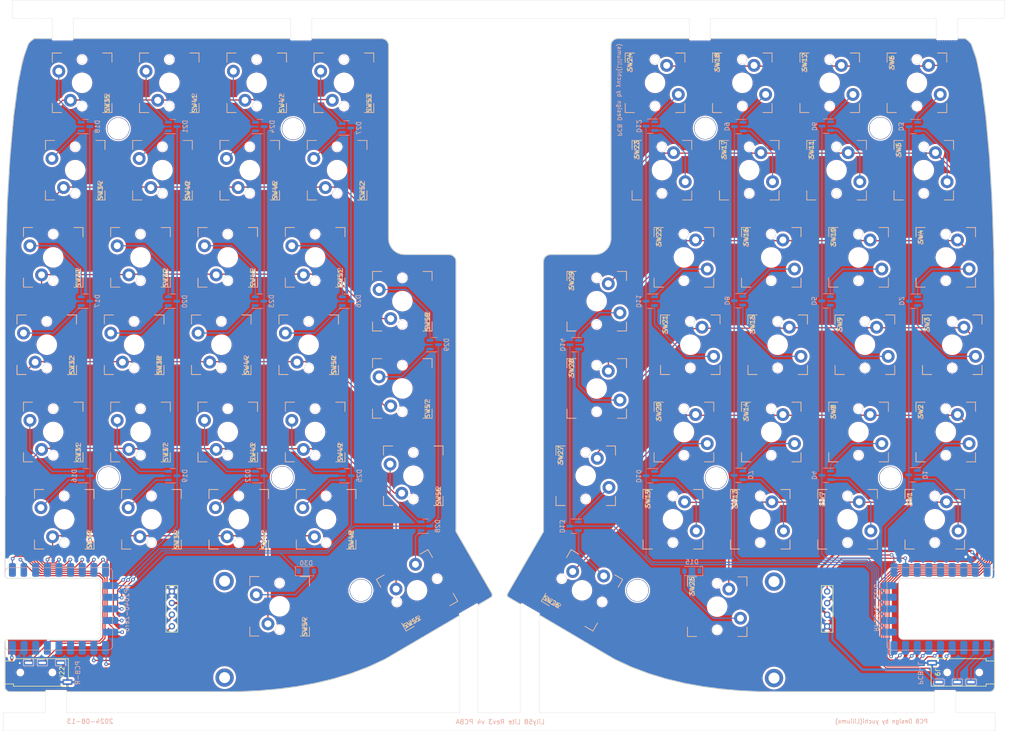
<source format=kicad_pcb>
(kicad_pcb (version 20221018) (generator pcbnew)
  (layers (0 "F.Cu" signal) (31 "B.Cu" signal) (34 "B.Paste" user) (35 "F.Paste" user) (36 "B.SilkS" user "B.Silkscreen") (37 "F.SilkS" user "F.Silkscreen") (38 "B.Mask" user) (39 "F.Mask" user) (44 "Edge.Cuts" user))
  (net 0 "")
  (net 1 "ROW0_R")
  (net 2 "Net-(D1-A-Pad1)")
  (net 3 "Net-(D1-A-Pad2)")
  (net 4 "Net-(D2-A-Pad1)")
  (net 5 "Net-(D2-A-Pad2)")
  (net 6 "ROW1_R")
  (net 7 "Net-(D4-A-Pad1)")
  (net 8 "Net-(D4-A-Pad2)")
  (net 9 "Net-(D5-A-Pad1)")
  (net 10 "Net-(D5-A-Pad2)")
  (net 11 "ROW2_R")
  (net 12 "Net-(D7-A-Pad1)")
  (net 13 "Net-(D7-A-Pad2)")
  (net 14 "Net-(D8-A-Pad1)")
  (net 15 "Net-(D8-A-Pad2)")
  (net 16 "Net-(D9-A-Pad1)")
  (net 17 "Net-(D9-A-Pad2)")
  (net 18 "ROW3_R")
  (net 19 "Net-(D10-A-Pad1)")
  (net 20 "Net-(D10-A-Pad2)")
  (net 21 "Net-(D11-A-Pad1)")
  (net 22 "Net-(D11-A-Pad2)")
  (net 23 "Net-(D12-A-Pad1)")
  (net 24 "Net-(D12-A-Pad2)")
  (net 25 "ROW4_R")
  (net 26 "Net-(D13-A-Pad1)")
  (net 27 "Net-(D13-A-Pad2)")
  (net 28 "Net-(D14-A-Pad1)")
  (net 29 "Net-(D14-A-Pad2)")
  (net 30 "ROW0_L")
  (net 31 "ROW1_L")
  (net 32 "ROW2_L")
  (net 33 "Net-(D15-A)")
  (net 34 "ROW3_L")
  (net 35 "ROW4_L")
  (net 36 "RX")
  (net 37 "TX")
  (net 38 "GND")
  (net 39 "VCCQ")
  (net 40 "COL5_R")
  (net 41 "COL4_R")
  (net 42 "COL3_R")
  (net 43 "COL2_R")
  (net 44 "COL1_R")
  (net 45 "COL0_R")
  (net 46 "COL0_L")
  (net 47 "COL1_L")
  (net 48 "COL2_L")
  (net 49 "COL3_L")
  (net 50 "COL4_L")
  (net 51 "COL5_L")
  (net 52 "LED_R")
  (net 53 "SDA_R")
  (net 54 "SCL_R")
  (net 59 "GNDA")
  (net 61 "VCC")
  (net 62 "SDA_L")
  (net 63 "SCL_L")
  (net 68 "TX_R")
  (net 69 "RX_R")
  (net 70 "Net-(D16-A-Pad1)")
  (net 71 "Net-(D16-A-Pad2)")
  (net 72 "Net-(D17-A-Pad1)")
  (net 73 "Net-(D17-A-Pad2)")
  (net 74 "Net-(D18-A-Pad1)")
  (net 75 "Net-(D18-A-Pad2)")
  (net 76 "Net-(D19-A-Pad1)")
  (net 77 "Net-(D19-A-Pad2)")
  (net 78 "Net-(D20-A-Pad1)")
  (net 79 "Net-(D20-A-Pad2)")
  (net 80 "Net-(D21-A-Pad1)")
  (net 81 "Net-(D21-A-Pad2)")
  (net 82 "Net-(D22-A-Pad1)")
  (net 83 "Net-(D22-A-Pad2)")
  (net 84 "Net-(D23-A-Pad1)")
  (net 85 "Net-(D23-A-Pad2)")
  (net 86 "Net-(D24-A-Pad1)")
  (net 87 "Net-(D24-A-Pad2)")
  (net 88 "Net-(D25-A-Pad1)")
  (net 89 "Net-(D25-A-Pad2)")
  (net 90 "Net-(D26-A-Pad1)")
  (net 91 "Net-(D26-A-Pad2)")
  (net 92 "Net-(D27-A-Pad1)")
  (net 93 "Net-(D27-A-Pad2)")
  (net 94 "Net-(D3-A-Pad2)")
  (net 95 "Net-(D28-A-Pad1)")
  (net 96 "Net-(D28-A-Pad2)")
  (net 97 "Net-(D29-A-Pad1)")
  (net 98 "Net-(D29-A-Pad2)")
  (net 99 "Net-(D30-A)")
  (net 100 "Net-(D6-A-Pad2)")
  (net 101 "Net-(D6-A-Pad1)")
  (net 102 "+3.3V")
  (net 103 "LED_L_LV")
  (net 104 "Net-(D3-A-Pad1)")
  (footprint "yuchi:MX_HOLE_FB-SIlk" (layer "F.Cu") (at 172.4 145.15 90)
    (fp_text reference "SW49")
    (fp_text value "SW_Push")
  )
  (footprint "yuchi:MX_HOLE_FB-SIlk" (layer "F.Cu") (at 178.7 68.95 90)
    (fp_text reference "SW53")
    (fp_text value "SW_Push")
  )
  (footprint "yuchi:MX_HOLE_FB-SIlk" (layer "F.Cu") (at 177.2 88 90)
    (fp_text reference "SW52")
    (fp_text value "SW_Push")
  )
  (footprint "yuchi:HOLE_M2_TH" (layer "F.Cu") (at 165.25 155.05 90)
    (fp_text reference "J5" hide)
    (fp_text value "HOLE" hide)
  )
  (footprint "yuchi:MX_HOLE_FB-SIlk" (layer "F.Cu") (at 136.7 164.2 90)
    (fp_text reference "SW36")
    (fp_text value "SW_Push")
  )
  (footprint "yuchi:MX_HOLE_FB-SIlk" (layer "F.Cu") (at 310.05 107.05 -90)
    (fp_text reference "SW4")
    (fp_text value "SW_Push")
  )
  (footprint "yuchi:MX_HOLE_FB-SIlk" (layer "F.Cu") (at 134.3 107.05 90)
    (fp_text reference "SW39")
    (fp_text value "SW_Push")
  )
  (footprint "yuchi:MX_HOLE_FB-SIlk" (layer "F.Cu") (at 288.6 164.2 -90)
    (fp_text reference "SW7")
    (fp_text value "SW_Push")
  )
  (footprint "yuchi:HOLE_M2_TH" (layer "F.Cu") (at 257.55 78.85)
    (fp_text reference "J14" hide)
    (fp_text value "HOLE" hide)
  )
  (footprint "yuchi:MX_HOLE_FB-SIlk" (layer "F.Cu") (at 267.15 88 -90)
    (fp_text reference "SW17")
    (fp_text value "SW_Push")
  )
  (footprint "yuchi:MX_HOLE_FB-SIlk" (layer "F.Cu") (at 121.55 68.95 90)
    (fp_text reference "SW35")
    (fp_text value "SW_Push")
  )
  (footprint "yuchi:MX_HOLE_FB-SIlk" (layer "F.Cu") (at 303.75 68.95 -90)
    (fp_text reference "SW6")
    (fp_text value "SW_Push")
  )
  (footprint "yuchi_kbd:PJ-320" (layer "F.Cu") (at 312.85 197.625 -90)
    (fp_text reference "J9")
    (fp_text value "AudioJack4")
  )
  (footprint "yuchi:MX_HOLE_FB-SIlk" (layer "F.Cu") (at 231.45 154.7 -90)
    (fp_text reference "SW27")
    (fp_text value "SW_Push")
  )
  (footprint "yuchi:MX_HOLE_FB-SIlk" (layer "F.Cu") (at 248.1 88 -90)
    (fp_text reference "SW23")
    (fp_text value "SW_Push")
  )
  (footprint "yuchi:MX_HOLE_FB-SIlk" (layer "F.Cu") (at 134.3 145.15 90)
    (fp_text reference "SW37")
    (fp_text value "SW_Push")
  )
  (footprint "yuchi:HOLE_M2_TH" (layer "F.Cu") (at 129.45 78.95 90)
    (fp_text reference "J4" hide)
    (fp_text value "HOLE" hide)
  )
  (footprint "yuchi:MX_HOLE_FB-SIlk" (layer "F.Cu") (at 271.95 145.15 -90)
    (fp_text reference "SW14")
    (fp_text value "SW_Push")
  )
  (footprint "yuchi:MX_HOLE_FB-SIlk" (layer "F.Cu") (at 291 107.05 -90)
    (fp_text reference "SW10")
    (fp_text value "SW_Push")
  )
  (footprint "yuchi:MX_HOLE_FB-SIlk" (layer "F.Cu") (at 307.65 164.2 -90)
    (fp_text reference "SW1")
    (fp_text value "SW_Push")
  )
  (footprint "yuchi:MX_HOLE_FB-SIlk" (layer "F.Cu") (at 291 145.15 -90)
    (fp_text reference "SW8")
    (fp_text value "SW_Push")
  )
  (footprint "yuchi_kbd:breakaway04" (layer "F.Cu") (at 117.3 59.3)
    (fp_text reference "J8" hide)
    (fp_text value "breakaway")
  )
  (footprint "yuchi:MX_HOLE_FB-SIlk" (layer "F.Cu") (at 115.25 145.15 90)
    (fp_text reference "SW31")
    (fp_text value "SW_Push")
  )
  (footprint "yuchi_kbd:breakaway04" (layer "F.Cu") (at 169.3 59.3)
    (fp_text reference "J17" hide)
    (fp_text value "breakaway")
  )
  (footprint "yuchi:MX_HOLE_FB-SIlk" (layer "F.Cu") (at 191.45 135.65 90)
    (fp_text reference "SW57")
    (fp_text value "SW_Push")
  )
  (footprint "yuchi:MX_HOLE_FB-SIlk" (layer "F.Cu") (at 174.8 164.2 90)
    (fp_text reference "SW48")
    (fp_text value "SW_Push")
  )
  (footprint "yuchi:HOLE_M2_TH" (layer "F.Cu") (at 297.95 155.15)
    (fp_text reference "J12" hide)
    (fp_text value "HOLE" hide)
  )
  (footprint "yuchi:MX_HOLE_FB-SIlk" (layer "F.Cu") (at 265.65 68.95 -90)
    (fp_text reference "SW18")
    (fp_text value "SW_Push")
  )
  (footprint "yuchi:MX_HOLE_FB-SIlk" (layer "F.Cu") (at 273.35 126.1 -90)
    (fp_text reference "SW15")
    (fp_text value "SW_Push")
  )
  (footprint "yuchi:MX_HOLE_FB-SIlk" (layer "F.Cu") (at 269.55 164.2 -90)
    (fp_text reference "SW13")
    (fp_text value "SW_Push")
  )
  (footprint "yuchi:MX_HOLE_FB-SIlk" (layer "F.Cu") (at 159.65 68.95 90)
    (fp_text reference "SW47")
    (fp_text value "SW_Push")
  )
  (footprint "yuchi:HOLE_M2_TH" (layer "F.Cu") (at 295.75 78.85)
    (fp_text reference "J13" hide)
    (fp_text value "HOLE" hide)
  )
  (footprint "yuchi:MX_HOLE_FB-SIlk" (layer "F.Cu") (at 305.25 88 -90)
    (fp_text reference "SW5")
    (fp_text value "SW_Push")
  )
  (footprint "yuchi:MX_HOLE_FB-SIlk" (layer "F.Cu") (at 158.15 88 90)
    (fp_text reference "SW46")
    (fp_text value "SW_Push")
  )
  (footprint "yuchi:MX_HOLE_FB-SIlk" (layer "F.Cu") (at 250.5 164.2 -90)
    (fp_text reference "SW19")
    (fp_text value "SW_Push")
  )
  (footprint "yuchi:lily58_logo_2" (layer "F.Cu") (at 277.4 188.22 -90)
    (fp_text reference "L01" hide)
    (fp_text value "LOGO" hide)
  )
  (footprint "yuchi:MX_HOLE_FB-SIlk" (layer "F.Cu") (at 117.65 164.2 90)
    (fp_text reference "SW30")
    (fp_text value "SW_Push")
  )
  (footprint "yuchi:MX_HOLE_FB-SIlk" (layer "F.Cu") (at 246.59 68.95 -90)
    (fp_text reference "SW24")
    (fp_text value "SW_Push")
  )
  (footprint "yuchi:MX_HOLE_FB-SIlk" (layer "F.Cu") (at 120.05 88 90)
    (fp_text reference "SW34")
    (fp_text value "SW_Push")
  )
  (footprint "yuchi:MX_HOLE_FB-SIlk" (layer "F.Cu") (at 252.9 107.05 -90)
    (fp_text reference "SW22")
    (fp_text value "SW_Push")
  )
  (footprint "yuchi:MX_HOLE_FB-SIlk" (layer "F.Cu") (at 164.65 183.2 90)
    (fp_text reference "SW54")
    (fp_text value "SW_Push")
  )
  (footprint "yuchi:HOLE_M2_TH" (layer "F.Cu") (at 127.3 155.15 90)
    (fp_text reference "J3" hide)
    (fp_text value "HOLE" hide)
  )
  (footprint "yuchi:HOLE_M2_TH" (layer "F.Cu") (at 259.95 155.15)
    (fp_text reference "J15" hide)
    (fp_text value "HOLE" hide)
  )
  (footprint "yuchi_kbd:breakaway04" (layer "F.Cu") (at 115.9 201.85)
    (fp_text reference "J20" hide)
    (fp_text value "breakaway")
  )
  (footprint "yuchi:MX_HOLE_FB-SIlk" (layer "F.Cu") (at 233.85 135.65 -90)
    (fp_text reference "SW28")
    (fp_text value "SW_Push")
  )
  (footprint "yuchi_kbd:breakaway04" (layer "F.Cu") (at 310.3 59.25)
    (fp_text reference "J19" hide)
    (fp_text value "breakaway")
  )
  (footprint "yuchi:M2_HOLE_PCB" (layer "F.Cu") (at 272.55 177.79 -90)
    (fp_text reference "J10" hide)
    (fp_text value "M2HOLE")
  )
  (footprint "yuchi:MX_HOLE_FB-SIlk" (layer "F.Cu") (at 292.4 126.1 -90)
    (fp_text reference "SW9")
    (fp_text value "SW_Push")
  )
  (footprint "yuchi:MX_HOLE_FB-SIlk" (layer "F.Cu") (at 233.85 116.6 -90)
    (fp_text reference "SW29")
    (fp_text value "SW_Push")
  )
  (footprint "yuchi:MX_HOLE_FB-SIlk" (layer "F.Cu") (at 153.35 107.05 90)
    (fp_text reference "SW45")
    (fp_text value "SW_Push")
  )
  (footprint "yuchi:MX_HOLE_FB-SIlk" (layer "F.Cu") (at 230.65 179.7 -30)
    (fp_text reference "SW26")
    (fp_text value "SW_Push")
  )
  (footprint "yuchi:MX_HOLE_FB-SIlk" (layer "F.Cu") (at 151.95 126.1 90)
    (fp_text reference "SW44")
    (fp_text value "SW_Push")
  )
  (footprint "yuchi:MX_HOLE_FB-SIlk" (layer "F.Cu") (at 284.7 68.95 -90)
    (fp_text reference "SW12")
    (fp_text value "SW_Push")
  )
  (footprint "yuchi:MX_HOLE_FB-SIlk" (layer "F.Cu") (at 193.85 154.7 90)
    (fp_text reference "SW56")
    (fp_text value "SW_Push")
  )
  (footprint "yuchi_kbd:breakaway04" (layer "F.Cu") (at 309.9 201.85 180)
    (fp_text reference "J26" hide)
    (fp_text value "breakaway")
  )
  (footprint "yuchi_kbd:RP2040-Zero_bottom" (layer "F.Cu") (at 308.95 183.75 -90)
    (fp_text reference "U1" hide)
    (fp_text value "~" hide)
  )
  (footprint "yuchi:MX_HOLE_FB-SIlk" (layer "F.Cu") (at 311.45 126.1 -90)
    (fp_text reference "SW3")
    (fp_text value "SW_Push")
  )
  (footprint "yuchi_kbd:PJ-320" (layer "F.Cu") (at 112.575 197.625 90)
    (fp_text reference "J22")
    (fp_text value "AudioJack4")
  )
  (footprint "yuchi:MX_HOLE_FB-SIlk" (layer "F.Cu") (at 260.15 183.25 -90)
    (fp_text reference "SW25")
    (fp_text value "SW_Push")
  )
  (footprint "yuchi:M2_HOLE_PCB" (layer "F.Cu") (at 152.65 198.75 90)
    (fp_text reference "J1" hide)
    (fp_text value "M2HOLE")
  )
  (footprint "yuchi_kbd:breakaway04" (layer "F.Cu") (at 205.95 184 -150)
    (fp_text reference "J21" hide)
    (fp_text value "breakaway")
  )
  (footprint "yuchi:MX_HOLE_FB-SIlk" (layer "F.Cu") (at 252.9 145.15 -90)
    (fp_text reference "SW20")
    (fp_text value "SW_Push")
  )
  (footprint "yuchi:MX_HOLE_FB-SIlk" (layer "F.Cu") (at 171 126.1 90)
    (fp_text reference "SW50")
    (fp_text value "SW_Push")
  )
  (footprint "yuchi:MX_HOLE_FB-SIlk" (layer "F.Cu") (at 153.35 145.15 90)
    (fp_text reference "SW43")
    (fp_text value "SW_Push")
  )
  (footprint "yuchi:lily58_logo_2" (layer "F.Cu") (at 148 188.22 90)
    (fp_text reference "L02" hide)
    (fp_text value "LOGO" hide)
  )
  (footprint "yuchi:MX_HOLE_FB-SIlk" (layer "F.Cu") (at 140.6 68.95 90)
    (fp_text reference "SW41")
    (fp_text value "SW_Push")
  )
  (footprint "yuchi_kbd:RP2040-Zero_bottom" (layer "F.Cu") (at 116.45 183.75 90)
    (fp_text reference "U2" hide)
    (fp_text value "~")
  )
  (footprint "yuchi:MX_HOLE_FB-SIlk" (layer "F.Cu") (at 155.75 164.2 90)
    (fp_text reference "SW42")
    (fp_text value "SW_Push")
  )
  (footprint "yuchi:HOLE_M2_TH" (layer "F.Cu") (at 167.6 78.95 90)
    (fp_text reference "J6" hide)
    (fp_text value "HOLE" hide)
  )
  (footprint "yuchi:MX_HOLE_FB-SIlk" (layer "F.Cu") (at 139.1 88 90)
    (fp_text reference "SW40")
    (fp_text value "SW_Push")
  )
  (footprint "yuchi:MX_HOLE_FB-SIlk" (layer "F.Cu") (at 115.25 107.05 90)
    (fp_text reference "SW33")
    (fp_text value "SW_Push")
  )
  (footprint "yuchi:M2_HOLE_PCB" (layer "F.Cu") (at 272.55 198.85 -90)
    (fp_text reference "J11" hide)
    (fp_text value "M2HOLE")
  )
  (footprint "yuchi:MX_HOLE_FB-SIlk" (layer "F.Cu") (at 254.3 126.1 -90)
    (fp_text reference "SW21")
    (fp_text value "SW_Push")
  )
  (footprint "yuchi:MX_HOLE_FB-SIlk" (layer "F.Cu") (at 271.95 107.05 -90)
    (fp_text reference "SW16")
    (fp_text value "SW_Push")
  )
  (footprint "yuchi:M2_HOLE_PCB" (layer "F.Cu") (at 152.65 177.69 90)
    (fp_text reference "J2" hide)
    (fp_text value "M2HOLE")
  )
  (footprint "yuchi:MX_HOLE_FB-SIlk" (layer "F.Cu") (at 172.4 107.05 90)
    (fp_text reference "SW51")
    (fp_text value "SW_Push")
  )
  (footprint "yuchi:MX_HOLE_FB-SIlk" (layer "F.Cu") (at 113.85 126.1 90)
    (fp_text reference "SW32")
    (fp_text value "SW_Push")
  )
  (footprint "yuchi:MX_HOLE_FB-SIlk" (layer "F.Cu") (at 132.9 126.1 90)
    (fp_text reference "SW38")
    (fp_text value "SW_Push")
  )
  (footprint "yuchi:MX_HOLE_FB-SIlk" (layer "F.Cu") (at 286.2 88 -90)
    (fp_text reference "SW11")
    (fp_text value "SW_Push")
  )
  (footprint "yuchi:MX_HOLE_FB-SIlk" (layer "F.Cu") (at 191.45 116.6 90)
    (fp_text reference "SW58")
    (fp_text value "SW_Push")
  )
  (footprint "yuchi:MX_HOLE_FB-SIlk" (layer "F.Cu") (at 194.65 179.7 30)
    (fp_text reference "SW55")
    (fp_text value "SW_Push")
  )
  (footprint "yuchi:HOLE_M2_TH" (layer "F.Cu") (at 182.4 179.7)
    (fp_text reference "J24" hide)
    (fp_text value "HOLE" hide)
  )
  (footprint "yuchi:MX_HOLE_FB-SIlk" (layer "F.Cu") (at 310.05 145.15 -90)
    (fp_text reference "SW2")
    (fp_text value "SW_Push")
  )
  (footprint "yuchi_kbd:breakaway04" (layer "F.Cu") (at 256.4 59.3)
    (fp_text reference "J18" hide)
    (fp_text value "breakaway")
  )
  (footprint "Package_TO_SOT_SMD:SOT-23" (layer "B.Cu") (at 160.35 78.5)
    (fp_text reference "D24")
    (fp_text value "BAV70")
  )
  (footprint "Package_TO_SOT_SMD:SOT-23" (layer "B.Cu") (at 264.8 116.5 180)
    (fp_text reference "D8")
    (fp_text value "BAV70")
  )
  (footprint "Package_TO_SOT_SMD:SOT-23" (layer "B.Cu") (at 228.95 126.1 180)
    (fp_text reference "D14")
    (fp_text value "BAV70")
  )
  (footprint "Package_TO_SOT_SMD:SOT-23" (layer "B.Cu") (at 160.3 116.6)
    (fp_text reference "D23")
    (fp_text value "BAV70")
  )
  (footprint "Package_TO_SOT_SMD:SOT-23" (layer "B.Cu") (at 179.3 116.6)
    (fp_text reference "D26")
    (fp_text value "BAV70")
  )
  (footprint "Package_TO_SOT_SMD:SOT-23" (layer "B.Cu") (at 283.95 78.4 180)
    (fp_text reference "D6")
    (fp_text value "BAV70")
  )
  (footprint "Package_TO_SOT_SMD:SOT-23" (layer "B.Cu") (at 245.55 154.7 180)
    (fp_text reference "D10")
    (fp_text value "BAV70")
  )
  (footprint "yuchi:HOLE_M2_TH" (layer "B.Cu") (at 242.77 179.7 180)
    (fp_text reference "J23" hide)
    (fp_text value "HOLE" hide)
  )
  (footprint "Package_TO_SOT_SMD:SOT-23" (layer "B.Cu") (at 141.3 116.6)
    (fp_text reference "D20")
    (fp_text value "BAV70")
  )
  (footprint "Package_TO_SOT_SMD:SOT-23" (layer "B.Cu") (at 196.5 165.7)
    (fp_text reference "D28")
    (fp_text value "BAV70")
  )
  (footprint "yuchi:OLED_4Pin" (layer "B.Cu") (at 284.15 183.75 -90)
    (fp_text reference "J7" hide)
    (fp_text value "OLED_L" hide)
  )
  (footprint "Package_TO_SOT_SMD:SOT-23" (layer "B.Cu") (at 141.35 154.7)
    (fp_text reference "D19")
    (fp_text value "BAV70")
  )
  (footprint "Diode_SMD:D_SOD-123" (layer "B.Cu") (at 254.65 175.5 180)
    (fp_text reference "D15")
    (fp_text value "D")
  )
  (footprint "Package_TO_SOT_SMD:SOT-23" (layer "B.Cu") (at 245.55 78.4 180)
    (fp_text reference "D12")
    (fp_text value "BAV70")
  )
  (footprint "Package_TO_SOT_SMD:SOT-23" (layer "B.Cu") (at 122.35 154.7)
    (fp_text reference "D16")
    (fp_text value "BAV70")
  )
  (footprint "Package_TO_SOT_SMD:SOT-23" (layer "B.Cu") (at 179.35 154.7)
    (fp_text reference "D25")
    (fp_text value "BAV70")
  )
  (footprint "Package_TO_SOT_SMD:SOT-23" (layer "B.Cu") (at 160.35 154.7)
    (fp_text reference "D22")
    (fp_text value "BAV70")
  )
  (footprint "Package_TO_SOT_SMD:SOT-23" (layer "B.Cu") (at 283.9 116.55 180)
    (fp_text reference "D5")
    (fp_text value "BAV70")
  )
  (footprint "Package_TO_SOT_SMD:SOT-23" (layer "B.Cu") (at 264.85 78.5 180)
    (fp_text reference "D9")
    (fp_text value "BAV70")
  )
  (footprint "Package_TO_SOT_SMD:SOT-23" (layer "B.Cu") (at 302.9 154.5 180)
    (fp_text reference "D1")
    (fp_text value "BAV70")
  )
  (footprint "Package_TO_SOT_SMD:SOT-23" (layer "B.Cu") (at 264.8 154.6 180)
    (fp_text reference "D7")
    (fp_text value "BAV70")
  )
  (footprint "Package_TO_SOT_SMD:SOT-23" (layer "B.Cu") (at 198.4 126.1)
    (fp_text reference "D29")
    (fp_text value "BAV70")
  )
  (footprint "Package_TO_SOT_SMD:SOT-23" (layer "B.Cu") (at 302.95 116.6 180)
    (fp_text reference "D2")
    (fp_text value "BAV70")
  )
  (footprint "yuchi_kbd:breakaway04" (layer "B.Cu") (at 219.3 183.95 150)
    (fp_text reference "J25" hide)
    (fp_text value "breakaway")
  )
  (footprint "Package_TO_SOT_SMD:SOT-23" (layer "B.Cu") (at 122.3 78.5)
    (fp_text reference "D18")
    (fp_text value "BAV70")
  )
  (footprint "Package_TO_SOT_SMD:SOT-23" (layer "B.Cu") (at 302.95 78.5 180)
    (fp_text reference "D3")
    (fp_text value "BAV70")
  )
  (footprint "Package_TO_SOT_SMD:SOT-23" (layer "B.Cu") (at 283.95 154.6 180)
    (fp_text reference "D4")
    (fp_text value "BAV70")
  )
  (footprint "Package_TO_SOT_SMD:SOT-23" (layer "B.Cu") (at 228.9 165.7 180)
    (fp_text reference "D13")
    (fp_text value "BAV70")
  )
  (footprint "Diode_SMD:D_SOD-123" (layer "B.Cu") (at 170.48 175.525)
    (fp_text reference "D30")
    (fp_text value "D")
  )
  (footprint "yuchi:OLED_4Pin" (layer "B.Cu") (at 141.15 183.75 90)
    (fp_text reference "J16" hide)
    (fp_text value "OLED_R" hide)
  )
  (footprint "Package_TO_SOT_SMD:SOT-23" (layer "B.Cu") (at 245.55 116.6 180)
    (fp_text reference "D11")
    (fp_text value "BAV70")
  )
  (footprint "Package_TO_SOT_SMD:SOT-23" (layer "B.Cu") (at 141.35 78.5)
    (fp_text reference "D21")
    (fp_text value "BAV70")
  )
  (footprint "Package_TO_SOT_SMD:SOT-23" (layer "B.Cu") (at 122.3 116.6)
    (fp_text reference "D17")
    (fp_text value "BAV70")
  )
  (footprint "Package_TO_SOT_SMD:SOT-23" (layer "B.Cu") (at 179.25 78.8)
    (fp_text reference "D27")
    (fp_text value "BAV70")
  )
  (gr_line (start 214.478244 180.293242) (end 222.239355 166.887687) (stroke (width 0.2)) (layer "Edge.Cuts"))
  (gr_line (start 234.166089 106.359609) (end 234.823287 106.155826) (stroke (width 0.2)) (layer "Edge.Cuts"))
  (gr_line (start 211.036445 180.90753) (end 211.063974 180.768748) (stroke (width 0.2)) (layer "Edge.Cuts"))
  (gr_line (start 104.736762 117.499119) (end 104.736762 127.906953) (stroke (width 0.2)) (layer "Edge.Cuts"))
  (gr_line (start 211.063974 180.768748) (end 211.054468 180.619794) (stroke (width 0.2)) (layer "Edge.Cuts"))
  (gr_line (start 320.663238 190.95) (end 320.663238 200.76179) (stroke (width 0.2)) (layer "Edge.Cuts"))
  (gr_line (start 214.427468 181.035672) (end 214.363555 180.90753) (stroke (width 0.2)) (layer "Edge.Cuts"))
  (gr_line (start 312.65 54.91) (end 312.65 59.29) (stroke (width 0.05)) (layer "Edge.Cuts"))
  (gr_arc (start 320.663238 176.55) (mid 320.516794 176.903567) (end 320.163238 177.05) (stroke (width 0.1)) (layer "Edge.Cuts"))
  (gr_line (start 320.85 210.4) (end 104.35 210.4) (stroke (width 0.05)) (layer "Edge.Cuts"))
  (gr_line (start 223.15419 106.548435) (end 222.899381 106.686651) (stroke (width 0.2)) (layer "Edge.Cuts"))
  (gr_line (start 222.356124 107.3465) (end 222.268789 107.628156) (stroke (width 0.2)) (layer "Edge.Cuts"))
  (gr_line (start 104.73 190.953553) (end 104.733524 200.76179) (stroke (width 0.2)) (layer "Edge.Cuts"))
  (gr_line (start 187.63954 194.756667) (end 203.95 185.2) (stroke (width 0.2)) (layer "Edge.Cuts"))
  (gr_line (start 106.595561 76.329242) (end 105.820488 84.942346) (stroke (width 0.2)) (layer "Edge.Cuts"))
  (gr_line (start 188.409288 60.487505) (end 188.439735 60.790001) (stroke (width 0.2)) (layer "Edge.Cuts"))
  (gr_line (start 203.95 185.2) (end 203.95 206.4) (stroke (width 0.05)) (layer "Edge.Cuts"))
  (gr_line (start 238.460265 59.290001) (end 238.157769 59.320448) (stroke (width 0.2)) (layer "Edge.Cuts"))
  (gr_line (start 223.738342 106.430652) (end 223.435846 106.461099) (stroke (width 0.2)) (layer "Edge.Cuts"))
  (gr_line (start 105.235374 94.830462) (end 104.865654 105.760437) (stroke (width 0.2)) (layer "Edge.Cuts"))
  (gr_line (start 258.65 54.9) (end 258.65 59.29) (stroke (width 0.05)) (layer "Edge.Cuts"))
  (gr_line (start 320.663238 169.538289) (end 320.663238 176.55) (stroke (width 0.2)) (layer "Edge.Cuts"))
  (gr_line (start 265.132439 201.61431) (end 261.092337 201.259703) (stroke (width 0.2)) (layer "Edge.Cuts"))
  (gr_line (start 172.345246 200.002917) (end 176.299127 199.061996) (stroke (width 0.2)) (layer "Edge.Cuts"))
  (gr_line (start 299.736762 178.05) (end 299.74 189.45) (stroke (width 0.1)) (layer "Edge.Cuts"))
  (gr_line (start 295.35 59.29) (end 285.868377 59.29) (stroke (width 0.2)) (layer "Edge.Cuts"))
  (gr_line (start 105.820488 84.942346) (end 105.235374 94.830462) (stroke (width 0.2)) (layer "Edge.Cuts"))
  (gr_line (start 210.872884 181.152705) (end 210.972532 181.035672) (stroke (width 0.2)) (layer "Edge.Cuts"))
  (gr_line (start 222.49434 107.091692) (end 222.356124 107.3465) (stroke (width 0.2)) (layer "Edge.Cuts"))
  (gr_line (start 320.663238 159.130455) (end 320.663238 169.538289) (stroke (width 0.2)) (layer "Edge.Cuts"))
  (gr_line (start 171.65 54.91) (end 171.65 59.29) (stroke (width 0.05)) (layer "Edge.Cuts"))
  (gr_line (start 188.510778 103.636476) (end 188.439735 102.930652) (stroke (width 0.2)) (layer "Edge.Cuts"))
  (gr_line (start 222.677429 106.869739) (end 222.49434 107.091692) (stroke (width 0.2)) (layer "Edge.Cuts"))
  (gr_line (start 318.804439 76.329242) (end 319.579512 84.942346) (stroke (width 0.2)) (layer "Edge.Cuts"))
  (gr_line (start 171.65 59.29) (end 186.939735 59.29) (stroke (width 0.2)) (layer "Edge.Cuts"))
  (gr_line (start 236.990712 60.487505) (end 236.960265 60.790001) (stroke (width 0.2)) (layer "Edge.Cuts"))
  (gr_line (start 110.35 59.85) (end 111.086755 59.29) (stroke (width 0.2)) (layer "Edge.Cuts"))
  (gr_line (start 104.35 206.4) (end 113.55 206.4) (stroke (width 0.05)) (layer "Edge.Cuts"))
  (gr_line (start 269.157683 201.812223) (end 265.132439 201.61431) (stroke (width 0.2)) (layer "Edge.Cuts"))
  (gr_line (start 191.939735 106.430652) (end 201.661658 106.430652) (stroke (width 0.15)) (layer "Edge.Cuts"))
  (gr_line (start 124.656762 190.45) (end 105.233553 190.45) (stroke (width 0.1)) (layer "Edge.Cuts"))
  (gr_line (start 211.054468 180.619794) (end 211.007278 180.461136) (stroke (width 0.2)) (layer "Edge.Cuts"))
  (gr_line (start 203.131211 107.628156) (end 203.161658 107.930652) (stroke (width 0.2)) (layer "Edge.Cuts"))
  (gr_line (start 202.722571 106.869739) (end 202.90566 107.091692) (stroke (width 0.2)) (layer "Edge.Cuts"))
  (gr_line (start 106.55 54.9) (end 106.35 54.9) (stroke (width 0.05)) (layer "Edge.Cuts"))
  (gr_line (start 222.239355 166.887687) (end 222.238342 107.930652) (stroke (width 0.2)) (layer "Edge.Cuts"))
  (gr_line (start 249.100873 199.061996) (end 245.21933 197.886895) (stroke (width 0.2)) (layer "Edge.Cuts"))
  (gr_arc (start 320.66392 200.76179) (mid 320.356182 201.504734) (end 319.613238 201.812472) (stroke (width 0.2)) (layer "Edge.Cuts"))
  (gr_line (start 320.534346 105.760437) (end 320.663238 117.499119) (stroke (width 0.2)) (layer "Edge.Cuts"))
  (gr_line (start 119.65 54.9) (end 119.65 59.29) (stroke (width 0.05)) (layer "Edge.Cuts"))
  (gr_line (start 237.876113 59.407783) (end 237.621304 59.545999) (stroke (width 0.2)) (layer "Edge.Cuts"))
  (gr_line (start 167.05 54.9) (end 119.65 54.9) (stroke (width 0.05)) (layer "Edge.Cuts"))
  (gr_line (start 164.307663 201.259703) (end 168.340825 200.729028) (stroke (width 0.2)) (layer "Edge.Cuts"))
  (gr_line (start 245.21933 197.886895) (end 241.431927 196.458242) (stroke (width 0.2)) (layer "Edge.Cuts"))
  (gr_line (start 210.73815 181.258163) (end 210.872884 181.152705) (stroke (width 0.2)) (layer "Edge.Cuts"))
  (gr_line (start 149.935296 201.812472) (end 118.15 201.812472) (stroke (width 0.2)) (layer "Edge.Cuts"))
  (gr_line (start 320.65 206.4) (end 320.85 206.4) (stroke (width 0.05)) (layer "Edge.Cuts"))
  (gr_arc (start 104.73 190.953553) (mid 104.877501 190.597501) (end 105.233553 190.45) (stroke (width 0.1)) (layer "Edge.Cuts"))
  (gr_line (start 222.899381 106.686651) (end 222.677429 106.869739) (stroke (width 0.2)) (layer "Edge.Cuts"))
  (gr_line (start 104.35 210.4) (end 104.35 206.4) (stroke (width 0.05)) (layer "Edge.Cuts"))
  (gr_line (start 108.613847 63.860681) (end 107.535159 69.224303) (stroke (width 0.2)) (layer "Edge.Cuts"))
  (gr_line (start 104.736762 159.130455) (end 104.733524 176.55) (stroke (width 0.15)) (layer "Edge.Cuts"))
  (gr_line (start 257.059175 200.729028) (end 253.054754 200.002917) (stroke (width 0.2)) (layer "Edge.Cuts"))
  (gr_line (start 168.340825 200.729028) (end 172.345246 200.002917) (stroke (width 0.2)) (layer "Edge.Cuts"))
  (gr_line (start 188.183736 59.95104) (end 188.321952 60.205848) (stroke (width 0.2)) (layer "Edge.Cuts"))
  (gr_line (start 210.972532 181.035672) (end 211.036445 180.90753) (stroke (width 0.2)) (layer "Edge.Cuts"))
  (gr_line (start 236.685439 104.293674) (end 236.889222 103.636476) (stroke (width 0.2)) (layer "Edge.Cuts"))
  (gr_arc (start 124.66 177.05) (mid 125.367107 177.342893) (end 125.66 178.05) (stroke (width 0.1)) (layer "Edge.Cuts"))
  (gr_line (start 115.05 59.3) (end 115.05 54.91) (stroke (width 0.05)) (layer "Edge.Cuts"))
  (gr_line (start 111.086755 59.29) (end 115.05 59.3) (stroke (width 0.2)) (layer "Edge.Cuts"))
  (gr_arc (start 300.74 190.45) (mid 300.032893 190.157107) (end 299.74 189.45) (stroke (width 0.1)) (layer "Edge.Cuts"))
  (gr_line (start 203.160645 166.887687) (end 203.161658 107.930652) (stroke (width 0.2)) (layer "Edge.Cuts"))
  (gr_line (start 235.41784 105.833322) (end 235.935729 105.406116) (stroke (width 0.2)) (layer "Edge.Cuts"))
  (gr_line (start 236.889222 103.636476) (end 236.960265 102.930652) (stroke (width 0.2)) (layer "Edge.Cuts"))
  (gr_line (start 320.85 206.4) (end 320.85 210.4) (stroke (width 0.05)) (layer "Edge.Cuts"))
  (gr_line (start 233.460265 106.430652) (end 234.166089 106.359609) (stroke (width 0.2)) (layer "Edge.Cuts"))
  (gr_line (start 202.90566 107.091692) (end 203.043876 107.3465) (stroke (width 0.2)) (layer "Edge.Cuts"))
  (gr_line (start 320.663238 127.906953) (end 320.663238 138.314787) (stroke (width 0.2)) (layer "Edge.Cuts"))
  (gr_line (start 307.55 206.4) (end 307.55 201.812472) (stroke (width 0.05)) (layer "Edge.Cuts"))
  (gr_line (start 276.386755 59.29) (end 258.65 59.29) (stroke (width 0.2)) (layer "Edge.Cuts"))
  (gr_line (start 183.968073 196.458242) (end 187.63954 194.756667) (stroke (width 0.2)) (layer "Edge.Cuts"))
  (gr_line (start 312.25 206.4) (end 320.65 206.4) (stroke (width 0.05)) (layer "Edge.Cuts"))
  (gr_line (start 238.157769 59.320448) (end 237.876113 59.407783) (stroke (width 0.2)) (layer "Edge.Cuts"))
  (gr_line (start 214.527116 181.152705) (end 214.427468 181.035672) (stroke (width 0.2)) (layer "Edge.Cuts"))
  (gr_line (start 188.000648 59.729088) (end 188.183736 59.95104) (stroke (width 0.2)) (layer "Edge.Cuts"))
  (gr_line (start 307.95 59.29) (end 307.95 54.9) (stroke (width 0.05)) (layer "Edge.Cuts"))
  (gr_line (start 253.054754 200.002917) (end 249.100873 199.061996) (stroke (width 0.2)) (layer "Edge.Cuts"))
  (gr_line (start 104.865654 105.760437) (end 104.736762 117.499119) (stroke (width 0.2)) (layer "Edge.Cuts"))
  (gr_line (start 322.85 54.9) (end 312.65 54.91) (stroke (width 0.05)) (layer "Edge.Cuts"))
  (gr_line (start 320.163238 190.45) (end 300.74 190.45) (stroke (width 0.1)) (layer "Edge.Cuts"))
  (gr_line (start 254.05 59.29) (end 254.05 54.9) (stroke (width 0.05)) (layer "Edge.Cuts"))
  (gr_line (start 156.242229 201.812472) (end 149.935296 201.812472) (stroke (width 0.2)) (layer "Edge.Cuts"))
  (gr_line (start 125.656762 189.45) (end 125.66 178.05) (stroke (width 0.1)) (layer "Edge.Cuts"))
  (gr_line (start 106.35 50.9) (end 322.85 50.9) (stroke (width 0.05)) (layer "Edge.Cuts"))
  (gr_line (start 149.013245 59.29) (end 167.05 59.29) (stroke (width 0.2)) (layer "Edge.Cuts"))
  (gr_line (start 314.313245 59.29) (end 312.65 59.29) (stroke (width 0.2)) (layer "Edge.Cuts"))
  (gr_line (start 300.736762 177.05) (end 320.163238 177.05) (stroke (width 0.1)) (layer "Edge.Cuts"))
  (gr_line (start 202.500619 106.686651) (end 202.722571 106.869739) (stroke (width 0.2)) (layer "Edge.Cuts"))
  (gr_line (start 320.663238 148.722621) (end 320.663238 159.130455) (stroke (width 0.2)) (layer "Edge.Cuts"))
  (gr_line (start 187.242231 59.320448) (end 187.523887 59.407783) (stroke (width 0.2)) (layer "Edge.Cuts"))
  (gr_line (start 312.25 201.812472) (end 312.25 206.4) (stroke (width 0.05)) (layer "Edge.Cuts"))
  (gr_line (start 118.15 201.812472) (end 118.15 206.4) (stroke (width 0.05)) (layer "Edge.Cuts"))
  (gr_line (start 115.05 54.91) (end 106.55 54.9) (stroke (width 0.05)) (layer "Edge.Cuts"))
  (gr_line (start 237.078048 60.205848) (end 236.990712 60.487505) (stroke (width 0.2)) (layer "Edge.Cuts"))
  (gr_line (start 207.95 182.9) (end 207.95 206.4) (stroke (width 0.05)) (layer "Edge.Cuts"))
  (gr_line (start 269.157771 201.812472) (end 275.464704 201.812472) (stroke (width 0.2)) (layer "Edge.Cuts"))
  (gr_line (start 307.95 59.29) (end 295.35 59.29) (stroke (width 0.2)) (layer "Edge.Cuts"))
  (gr_line (start 105.233524 177.05) (end 124.66 177.05) (stroke (width 0.1)) (layer "Edge.Cuts"))
  (gr_line (start 189.98216 105.833322) (end 189.464271 105.406116) (stroke (width 0.2)) (layer "Edge.Cuts"))
  (gr_arc (start 299.736762 178.05) (mid 300.029653 177.34288) (end 300.736762 177.05) (stroke (width 0.1)) (layer "Edge.Cuts"))
  (gr_line (start 187.523887 59.407783) (end 187.778696 59.545999) (stroke (width 0.2)) (layer "Edge.Cuts"))
  (gr_line (start 189.464271 105.406116) (end 189.037065 104.888227) (stroke (width 0.2)) (layer "Edge.Cuts"))
  (gr_line (start 254.05 59.29) (end 238.460265 59.29) (stroke (width 0.2)) (layer "Edge.Cuts"))
  (gr_line (start 171.65 54.91) (end 254.05 54.9) (stroke (width 0.05)) (layer "Edge.Cuts"))
  (gr_line (start 214.345532 180.619794) (end 214.392722 180.461136) (stroke (width 0.2)) (layer "Edge.Cuts"))
  (gr_line (start 217.15 182.7) (end 214.831021 181.351575) (stroke (width 0.2)) (layer "Edge.Cuts"))
  (gr_line (start 189.037065 104.888227) (end 188.714561 104.293674) (stroke (width 0.2)) (layer "Edge.Cuts"))
  (gr_line (start 319.579512 84.942346) (end 320.164626 94.830462) (stroke (width 0.2)) (layer "Edge.Cuts"))
  (gr_line (start 104.736762 148.722621) (end 104.736762 159.130455) (stroke (width 0.2)) (layer "Edge.Cuts"))
  (gr_line (start 191.233911 106.359609) (end 190.576713 106.155826) (stroke (width 0.2)) (layer "Edge.Cuts"))
  (gr_line (start 211.007278 180.461136) (end 210.921756 180.293242) (stroke (width 0.2)) (layer "Edge.Cuts"))
  (gr_line (start 214.392722 180.461136) (end 214.478244 180.293242) (stroke (width 0.2)) (layer "Edge.Cuts"))
  (gr_line (start 235.935729 105.406116) (end 236.362935 104.888227) (stroke (width 0.2)) (layer "Edge.Cuts"))
  (gr_line (start 207.95 206.4) (end 217.15 206.4) (stroke (width 0.05)) (layer "Edge.Cuts"))
  (gr_line (start 317.864841 69.224303) (end 318.804439 76.329242) (stroke (width 0.2)) (layer "Edge.Cuts"))
  (gr_line (start 315.05 59.85) (end 314.313245 59.29) (stroke (width 0.2)) (layer "Edge.Cuts"))
  (gr_line (start 275.464704 201.812472) (end 307.55 201.812472) (stroke (width 0.2)) (layer "Edge.Cuts"))
  (gr_line (start 223.435846 106.461099) (end 223.15419 106.548435) (stroke (width 0.2)) (layer "Edge.Cuts"))
  (gr_line (start 188.714561 104.293674) (end 188.510778 103.636476) (stroke (width 0.2)) (layer "Edge.Cuts"))
  (gr_line (start 203.043876 107.3465) (end 203.131211 107.628156) (stroke (width 0.2)) (layer "Edge.Cuts"))
  (gr_line (start 106.35 54.9) (end 106.35 50.9) (stroke (width 0.05)) (layer "Edge.Cuts"))
  (gr_line (start 130.05 59.29) (end 139.531623 59.29) (stroke (width 0.2)) (layer "Edge.Cuts"))
  (gr_line (start 312.25 201.812472) (end 319.613238 201.812472) (stroke (width 0.2)) (layer "Edge.Cuts"))
  (gr_line (start 207.95 182.9) (end 210.568979 181.351575) (stroke (width 0.2)) (layer "Edge.Cuts"))
  (gr_line (start 113.55 206.4) (end 113.55 201.812472) (stroke (width 0.05)) (layer "Edge.Cuts"))
  (gr_line (start 233.460265 106.430652) (end 223.738342 106.430652) (stroke (width 0.15)) (layer "Edge.Cuts"))
  (gr_line (start 237.399352 59.729088) (end 237.216264 59.95104) (stroke (width 0.2)) (layer "Edge.Cuts"))
  (gr_line (start 258.65 54.9) (end 307.95 54.9) (stroke (width 0.05)) (layer "Edge.Cuts"))
  (gr_line (start 139.531623 59.29) (end 149.013245 59.29) (stroke (width 0.2)) (layer "Edge.Cuts"))
  (gr_line (start 320.663238 138.314787) (end 320.663238 148.722621) (stroke (width 0.2)) (layer "Edge.Cuts"))
  (gr_line (start 320.663238 117.499119) (end 320.663238 127.906953) (stroke (width 0.2)) (layer "Edge.Cuts"))
  (gr_line (start 241.431927 196.458242) (end 237.76046 194.756667) (stroke (width 0.2)) (layer "Edge.Cuts"))
  (gr_line (start 109.80619 60.471529) (end 108.613847 63.860681) (stroke (width 0.2)) (layer "Edge.Cuts"))
  (gr_line (start 234.823287 106.155826) (end 235.41784 105.833322) (stroke (width 0.2)) (layer "Edge.Cuts"))
  (gr_line (start 214.336026 180.768748) (end 214.345532 180.619794) (stroke (width 0.2)) (layer "Edge.Cuts"))
  (gr_line (start 187.778696 59.545999) (end 188.000648 59.729088) (stroke (width 0.2)) (layer "Edge.Cuts"))
  (gr_line (start 237.761577 194.757131) (end 234.895258 193.081437) (stroke (width 0.2)) (layer "Edge.Cuts"))
  (gr_line (start 156.242317 201.812223) (end 160.267561 201.61431) (stroke (width 0.2)) (layer "Edge.Cuts"))
  (gr_line (start 221.35 185.1) (end 221.35 206.4) (stroke (width 0.05)) (layer "Edge.Cuts"))
  (gr_line (start 201.964154 106.461099) (end 202.24581 106.548435) (stroke (width 0.2)) (layer "Edge.Cuts"))
  (gr_line (start 322.85 50.9) (end 322.85 54.9) (stroke (width 0.05)) (layer "Edge.Cuts"))
  (gr_line (start 315.59381 60.471529) (end 316.786153 63.860681) (stroke (width 0.2)) (layer "Edge.Cuts"))
  (gr_line (start 217.15 182.7) (end 217.15 206.4) (stroke (width 0.05)) (layer "Edge.Cuts"))
  (gr_line (start 210.921756 180.293242) (end 203.160645 166.887687) (stroke (width 0.2)) (layer "Edge.Cuts"))
  (gr_line (start 222.268789 107.628156) (end 222.238342 107.930652) (stroke (width 0.2)) (layer "Edge.Cuts"))
  (gr_line (start 188.439735 102.930652) (end 188.439735 60.790001) (stroke (width 0.2)) (layer "Edge.Cuts"))
  (gr_line (start 315.05 59.85) (end 315.59381 60.471529) (stroke (width 0.2)) (layer "Edge.Cuts"))
  (gr_line (start 188.321952 60.205848) (end 188.409288 60.487505) (stroke (width 0.2)) (layer "Edge.Cuts"))
  (gr_line (start 236.960265 102.930652) (end 236.960265 60.790001) (stroke (width 0.2)) (layer "Edge.Cuts"))
  (gr_line (start 110.35 59.85) (end 109.80619 60.471529) (stroke (width 0.2)) (layer "Edge.Cuts"))
  (gr_line (start 261.092337 201.259703) (end 257.059175 200.729028) (stroke (width 0.2)) (layer "Edge.Cuts"))
  (gr_line (start 186.939735 59.290001) (end 187.242231 59.320448) (stroke (width 0.2)) (layer "Edge.Cuts"))
  (gr_arc (start 105.233524 177.05) (mid 104.879955 176.903562) (end 104.733524 176.55) (stroke (width 0.1)) (layer "Edge.Cuts"))
  (gr_line (start 167.05 59.29) (end 167.05 54.9) (stroke (width 0.05)) (layer "Edge.Cuts"))
  (gr_line (start 104.736762 127.906953) (end 104.736762 138.314787) (stroke (width 0.2)) (layer "Edge.Cuts"))
  (gr_line (start 180.18067 197.886895) (end 183.968073 196.458242) (stroke (width 0.2)) (layer "Edge.Cuts"))
  (gr_line (start 316.786153 63.860681) (end 317.864841 69.224303) (stroke (width 0.2)) (layer "Edge.Cuts"))
  (gr_line (start 113.55 201.812472) (end 105.786762 201.812472) (stroke (width 0.2)) (layer "Edge.Cuts"))
  (gr_line (start 237.216264 59.95104) (end 237.078048 60.205848) (stroke (width 0.2)) (layer "Edge.Cuts"))
  (gr_arc (start 320.163238 190.45) (mid 320.516767 190.59646) (end 320.663238 190.95) (stroke (width 0.1)) (layer "Edge.Cuts"))
  (gr_line (start 320.164626 94.830462) (end 320.534346 105.760437) (stroke (width 0.2)) (layer "Edge.Cuts"))
  (gr_arc (start 105.786762 201.815028) (mid 105.042011 201.506542) (end 104.733524 200.76179) (stroke (width 0.2)) (layer "Edge.Cuts"))
  (gr_line (start 214.363555 180.90753) (end 214.336026 180.768748) (stroke (width 0.2)) (layer "Edge.Cuts"))
  (gr_line (start 104.736762 138.314787) (end 104.736762 148.722621) (stroke (width 0.2)) (layer "Edge.Cuts"))
  (gr_line (start 191.939735 106.430652) (end 191.233911 106.359609) (stroke (width 0.2)) (layer "Edge.Cuts"))
  (gr_line (start 190.576713 106.155826) (end 189.98216 105.833322) (stroke (width 0.2)) (layer "Edge.Cuts"))
  (gr_line (start 221.35 206.4) (end 307.55 206.4) (stroke (width 0.05)) (layer "Edge.Cuts"))
  (gr_line (start 201.661658 106.430652) (end 201.964154 106.461099) (stroke (width 0.2)) (layer "Edge.Cuts"))
  (gr_line (start 234.895258 193.081437) (end 221.35 185.1) (stroke (width 0.2)) (layer "Edge.Cuts"))
  (gr_line (start 236.362935 104.888227) (end 236.685439 104.293674) (stroke (width 0.2)) (layer "Edge.Cuts"))
  (gr_arc (start 125.656762 189.45) (mid 125.363866 190.157093) (end 124.656762 190.45) (stroke (width 0.1)) (layer "Edge.Cuts"))
  (gr_line (start 119.65 59.29) (end 130.05 59.29) (stroke (width 0.2)) (layer "Edge.Cuts"))
  (gr_line (start 203.95 206.4) (end 118.15 206.4) (stroke (width 0.05)) (layer "Edge.Cuts"))
  (gr_line (start 285.868377 59.29) (end 276.386755 59.29) (stroke (width 0.2)) (layer "Edge.Cuts"))
  (gr_line (start 237.621304 59.545999) (end 237.399352 59.729088) (stroke (width 0.2)) (layer "Edge.Cuts"))
  (gr_line (start 107.535159 69.224303) (end 106.595561 76.329242) (stroke (width 0.2)) (layer "Edge.Cuts"))
  (gr_line (start 202.24581 106.548435) (end 202.500619 106.686651) (stroke (width 0.2)) (layer "Edge.Cuts"))
  (gr_line (start 176.299127 199.061996) (end 180.18067 197.886895) (stroke (width 0.2)) (layer "Edge.Cuts"))
  (gr_line (start 214.831021 181.351575) (end 214.66185 181.258163) (stroke (width 0.2)) (layer "Edge.Cuts"))
  (gr_line (start 210.568979 181.351575) (end 210.73815 181.258163) (stroke (width 0.2)) (layer "Edge.Cuts"))
  (gr_line (start 160.267561 201.61431) (end 164.307663 201.259703) (stroke (width 0.2)) (layer "Edge.Cuts"))
  (gr_line (start 214.66185 181.258163) (end 214.527116 181.152705) (stroke (width 0.2)) (layer "Edge.Cuts"))
  (gr_text "PCB Design by yuchi(Liliums)" (at 296 208.3) (layer "B.SilkS") (effects (font (size 0.9 0.9) (thickness 0.15) bold) (justify mirror)))
  (gr_text "Lily58 Lite Rev3 v4 PCBA" (at 212.8 208.4) (layer "B.SilkS") (effects (font (size 1 1)) (justify mirror)))
  (gr_text "RP2040-Zero" (at 294.3 188.8 270) (layer "B.SilkS") (effects (font (size 1 1)) (justify left bottom mirror)))
  (gr_text "PCB Design by yuchi(Liliums)" (at 238.85 70.5 270) (layer "B.SilkS") (effects (font (size 0.9 0.9) (thickness 0.15) bold) (justify mirror)))
  (gr_text "PCB-L" (at 303.9 200.4 270) (layer "B.SilkS") (effects (font (size 1 1)) (justify left bottom mirror)))
  (gr_text "RP2040-Zero" (at 131.9 178.25 90) (layer "B.SilkS") (effects (font (size 1 1)) (justify left bottom mirror)))
  (gr_text "2024-08-13" (at 123.3 208.3) (layer "B.SilkS") (effects (font (size 1 1)) (justify mirror)))
  (gr_text "PCB-R" (at 121.2 195 90) (layer "B.SilkS") (effects (font (size 1 1)) (justify left bottom mirror)))
  (segment (start 129.23 188.83) (end 130.3 188.83) (width 0.25) (layer "F.Cu") (net 1))
  (segment (start 127 186.6) (end 129.23 188.83) (width 0.25) (layer "F.Cu") (net 1))
  (segment (start 123.3 168.6245) (end 127 172.3245) (width 0.25) (layer "F.Cu") (net 1))
  (segment (start 127 172.3245) (end 127 186.6) (width 0.25) (layer "F.Cu") (net 1))
  (via (at 123.3 168.6245) (size 0.8) (drill 0.4) (layers "F.Cu" "B.Cu") (net 1))
  (via (at 130.3 188.83) (size 0.8) (drill 0.4) (layers "F.Cu" "B.Cu") (net 1))
  (segment (start 123.2375 78.5) (end 123.2375 116.6) (width 0.25) (layer "B.Cu") (net 1))
  (segment (start 130.3 188.83) (end 127.75 188.83) (width 0.25) (layer "B.Cu") (net 1))
  (segment (start 123.3 167.191812) (end 123.2875 167.179312) (width 0.25) (layer "B.Cu") (net 1))
  (segment (start 123.2875 167.179312) (end 123.2875 154.7) (width 0.25) (layer "B.Cu") (net 1))
  (segment (start 123.2875 116.65) (end 123.2875 154.7) (width 0.25) (layer "B.Cu") (net 1))
  (segment (start 123.3 168.6245) (end 123.3 167.191812) (width 0.25) (layer "B.Cu") (net 1))
  (segment (start 123.2375 116.6) (end 123.2875 116.65) (width 0.25) (layer "B.Cu") (net 1))
  (segment (start 309.6975 147.69) (end 315.13 147.69) (width 0.25) (layer "B.Cu") (net 2))
  (segment (start 303.8375 153.55) (end 309.6975 147.69) (width 0.25) (layer "B.Cu") (net 2))
  (segment (start 307.689519 155.45) (end 303.8375 155.45) (width 0.25) (layer "B.Cu") (net 3))
  (segment (start 312.73 160.490481) (end 307.689519 155.45) (width 0.25) (layer "B.Cu") (net 3))
  (segment (start 312.73 166.74) (end 312.73 160.490481) (width 0.25) (layer "B.Cu") (net 3))
  (segment (start 315.13 109.59) (end 306.91 109.59) (width 0.25) (layer "B.Cu") (net 4))
  (segment (start 303.8875 112.6125) (end 303.8875 115.65) (width 0.25) (layer "B.Cu") (net 4))
  (segment (start 306.91 109.59) (end 303.8875 112.6125) (width 0.25) (layer "B.Cu") (net 4))
  (segment (start 316.53 128.64) (end 310.631243 128.64) (width 0.25) (layer "B.Cu") (net 5))
  (segment (start 310.631243 128.64) (end 303.8875 121.896257) (width 0.25) (layer "B.Cu") (net 5))
  (segment (start 303.8875 121.896257) (end 303.8875 117.55) (width 0.25) (layer "B.Cu") (net 5))
  (segment (start 129.49 186.29) (end 130.2 186.29) (width 0.25) (layer "F.Cu") (net 6))
  (segment (start 128.4 185.2) (end 129.49 186.29) (width 0.25) (layer "F.Cu") (net 6))
  (segment (start 130.537192 177.438208) (end 130.361792 177.438208) (width 0.25) (layer "F.Cu") (net 6))
  (segment (start 128.4 179.4) (end 128.4 185.2) (width 0.25) (layer "F.Cu") (net 6))
  (segment (start 130.361792 177.438208) (end 128.4 179.4) (width 0.25) (layer "F.Cu") (net 6))
  (via (at 130.537192 177.438208) (size 0.8) (drill 0.4) (layers "F.Cu" "B.Cu") (net 6))
  (via (at 130.2 186.29) (size 0.8) (drill 0.4) (layers "F.Cu" "B.Cu") (net 6))
  (segment (start 130.561792 177.438208) (end 142.2875 165.7125) (width 0.25) (layer "B.Cu") (net 6))
  (segment (start 142.2875 116.65) (end 142.2375 116.6) (width 0.25) (layer "B.Cu") (net 6))
  (segment (start 130.537192 177.438208) (end 130.561792 177.438208) (width 0.25) (layer "B.Cu") (net 6))
  (segment (start 142.2875 116.55) (end 142.2875 78.5) (width 0.25) (layer "B.Cu") (net 6))
  (segment (start 142.2875 154.7) (end 142.2875 116.65) (width 0.25) (layer "B.Cu") (net 6))
  (segment (start 142.2375 116.6) (end 142.2875 116.55) (width 0.25) (layer "B.Cu") (net 6))
  (segment (start 142.2875 165.7125) (end 142.2875 154.7) (width 0.25) (layer "B.Cu") (net 6))
  (segment (start 130.2 186.29) (end 127.75 186.29) (width 0.25) (layer "B.Cu") (net 6))
  (segment (start 284.8875 152.3125) (end 284.8875 153.65) (width 0.25) (layer "B.Cu") (net 7))
  (segment (start 296.08 147.69) (end 289.51 147.69) (width 0.25) (layer "B.Cu") (net 7))
  (segment (start 289.51 147.69) (end 284.8875 152.3125) (width 0.25) (layer "B.Cu") (net 7))
  (segment (start 293.68 166.74) (end 293.68 160.490481) (width 0.25) (layer "B.Cu") (net 8))
  (segment (start 288.739519 155.55) (end 284.8875 155.55) (width 0.25) (layer "B.Cu") (net 8))
  (segment (start 293.68 160.490481) (end 288.739519 155.55) (width 0.25) (layer "B.Cu") (net 8))
  (segment (start 284.8375 115.6) (end 284.8375 112.2625) (width 0.25) (layer "B.Cu") (net 9))
  (segment (start 287.51 109.59) (end 296.08 109.59) (width 0.25) (layer "B.Cu") (net 9))
  (segment (start 284.8375 112.2625) (end 287.51 109.59) (width 0.25) (layer "B.Cu") (net 9))
  (segment (start 284.8375 121.896257) (end 284.8375 117.5) (width 0.25) (layer "B.Cu") (net 10))
  (segment (start 297.48 128.64) (end 291.581243 128.64) (width 0.25) (layer "B.Cu") (net 10))
  (segment (start 291.581243 128.64) (end 284.8375 121.896257) (width 0.25) (layer "B.Cu") (net 10))
  (segment (start 131.587701 177.412299) (end 129.3 179.7) (width 0.25) (layer "F.Cu") (net 11))
  (segment (start 129.65 183.75) (end 130.2 183.75) (width 0.25) (layer "F.Cu") (net 11))
  (segment (start 131.612299 177.412299) (end 131.587701 177.412299) (width 0.25) (layer "F.Cu") (net 11))
  (segment (start 129.3 183.4) (end 129.65 183.75) (width 0.25) (layer "F.Cu") (net 11))
  (segment (start 129.3 179.7) (end 129.3 183.4) (width 0.25) (layer "F.Cu") (net 11))
  (via (at 130.2 183.75) (size 0.8) (drill 0.4) (layers "F.Cu" "B.Cu") (net 11))
  (via (at 131.612299 177.412299) (size 0.8) (drill 0.4) (layers "F.Cu" "B.Cu") (net 11))
  (segment (start 161.2875 78.5) (end 161.2875 116.55) (width 0.25) (layer "B.Cu") (net 11))
  (segment (start 161.2875 168.9375) (end 161.2875 154.7) (width 0.25) (layer "B.Cu") (net 11))
  (segment (start 161.2375 116.6) (end 161.2375 154.65) (width 0.25) (layer "B.Cu") (net 11))
  (segment (start 130.2 183.75) (end 127.75 183.75) (width 0.25) (layer "B.Cu") (net 11))
  (segment (start 159.575 170.65) (end 161.2875 168.9375) (width 0.25) (layer "B.Cu") (net 11))
  (segment (start 131.612299 177.387701) (end 138.35 170.65) (width 0.25) (layer "B.Cu") (net 11))
  (segment (start 161.2375 154.65) (end 161.2875 154.7) (width 0.25) (layer "B.Cu") (net 11))
  (segment (start 138.35 170.65) (end 159.575 170.65) (width 0.25) (layer "B.Cu") (net 11))
  (segment (start 161.2875 116.55) (end 161.2375 116.6) (width 0.25) (layer "B.Cu") (net 11))
  (segment (start 131.612299 177.412299) (end 131.612299 177.387701) (width 0.25) (layer "B.Cu") (net 11))
  (segment (start 277.03 147.69) (end 271.66 147.69) (width 0.25) (layer "B.Cu") (net 12))
  (segment (start 271.66 147.69) (end 267.3 152.05) (width 0.25) (layer "B.Cu") (net 12))
  (segment (start 265.9375 153.4125) (end 267.3 152.05) (width 0.25) (layer "B.Cu") (net 12))
  (segment (start 265.9375 153.65) (end 265.9375 153.4125) (width 0.25) (layer "B.Cu") (net 12))
  (segment (start 274.63 160.490481) (end 269.689519 155.55) (width 0.25) (layer "B.Cu") (net 13))
  (segment (start 274.63 166.74) (end 274.63 160.490481) (width 0.25) (layer "B.Cu") (net 13))
  (segment (start 269.689519 155.55) (end 265.7375 155.55) (width 0.25) (layer "B.Cu") (net 13))
  (segment (start 271.6975 109.59) (end 265.7375 115.55) (width 0.25) (layer "B.Cu") (net 14))
  (segment (start 277.03 109.59) (end 271.6975 109.59) (width 0.25) (layer "B.Cu") (net 14))
  (segment (start 265.7375 121.846257) (end 265.7375 117.45) (width 0.25) (layer "B.Cu") (net 15))
  (segment (start 278.43 128.64) (end 272.531243 128.64) (width 0.25) (layer "B.Cu") (net 15))
  (segment (start 272.531243 128.64) (end 265.7375 121.846257) (width 0.25) (layer "B.Cu") (net 15))
  (segment (start 265.7875 76.4325) (end 265.7875 77.55) (width 0.25) (layer "B.Cu") (net 16))
  (segment (start 265.7875 76.4325) (end 270.73 71.49) (width 0.25) (layer "B.Cu") (net 16))
  (segment (start 270.16 71.49) (end 270.73 71.49) (width 0.25) (layer "B.Cu") (net 16))
  (segment (start 272.23 84.290481) (end 267.389519 79.45) (width 0.25) (layer "B.Cu") (net 17))
  (segment (start 267.389519 79.45) (end 265.7875 79.45) (width 0.25) (layer "B.Cu") (net 17))
  (segment (start 272.23 90.54) (end 272.23 84.290481) (width 0.25) (layer "B.Cu") (net 17))
  (segment (start 130.2 179.9) (end 130.2 181.3) (width 0.25) (layer "F.Cu") (net 18))
  (segment (start 132.67082 177.353778) (end 132.67082 177.42918) (width 0.25) (layer "F.Cu") (net 18))
  (segment (start 132.67082 177.42918) (end 130.2 179.9) (width 0.25) (layer "F.Cu") (net 18))
  (via (at 130.2 181.3) (size 0.8) (drill 0.4) (layers "F.Cu" "B.Cu") (net 18))
  (via (at 132.67082 177.353778) (size 0.8) (drill 0.4) (layers "F.Cu" "B.Cu") (net 18))
  (segment (start 130.2 181.3) (end 127.839 181.3) (width 0.25) (layer "B.Cu") (net 18))
  (segment (start 138.9 171.1) (end 174.874402 171.1) (width 0.25) (layer "B.Cu") (net 18))
  (segment (start 180.2875 154.7) (end 180.2875 116.65) (width 0.25) (layer "B.Cu") (net 18))
  (segment (start 128.703691 181.2) (end 128.693691 181.21) (width 0.25) (layer "B.Cu") (net 18))
  (segment (start 174.874402 171.1) (end 180.3 165.674402) (width 0.25) (layer "B.Cu") (net 18))
  (segment (start 180.2875 116.65) (end 180.2375 116.6) (width 0.25) (layer "B.Cu") (net 18))
  (segment (start 180.3 78.9125) (end 180.1875 78.8) (width 0.25) (layer "B.Cu") (net 18))
  (segment (start 180.2375 116.6) (end 180.2375 78.85) (width 0.25) (layer "B.Cu") (net 18))
  (segment (start 127.839 181.3) (end 127.75 181.211) (width 0.25) (layer "B.Cu") (net 18))
  (segment (start 180.2375 78.85) (end 180.1875 78.8) (width 0.25) (layer "B.Cu") (net 18))
  (segment (start 128.693691 181.21) (end 127.75 181.21) (width 0.25) (layer "B.Cu") (net 18))
  (segment (start 180.3 154.7125) (end 180.2875 154.7) (width 0.25) (layer "B.Cu") (net 18))
  (segment (start 180.3 165.674402) (end 180.3 154.7125) (width 0.25) (layer "B.Cu") (net 18))
  (segment (start 132.67082 177.32918) (end 138.9 171.1) (width 0.25) (layer "B.Cu") (net 18))
  (segment (start 132.67082 177.353778) (end 132.67082 177.32918) (width 0.25) (layer "B.Cu") (net 18))
  (segment (start 252.5475 147.69) (end 246.4875 153.75) (width 0.25) (layer "B.Cu") (net 19))
  (segment (start 257.98 147.69) (end 252.5475 147.69) (width 0.25) (layer "B.Cu") (net 19))
  (segment (start 255.58 166.74) (end 255.58 160.28) (width 0.25) (layer "B.Cu") (net 20))
  (segment (start 255.58 160.28) (end 250.95 155.65) (width 0.25) (layer "B.Cu") (net 20))
  (segment (start 250.95 155.65) (end 246.4875 155.65) (width 0.25) (layer "B.Cu") (net 20))
  (segment (start 252.5475 109.59) (end 246.4875 115.65) (width 0.25) (layer "B.Cu") (net 21))
  (segment (start 257.98 109.59) (end 252.5475 109.59) (width 0.25) (layer "B.Cu") (net 21))
  (segment (start 259.38 128.64) (end 253.481243 128.64) (width 0.25) (layer "B.Cu") (net 22))
  (segment (start 253.481243 128.64) (end 246.4875 121.646257) (width 0.25) (layer "B.Cu") (net 22))
  (segment (start 246.4875 121.646257) (end 246.4875 117.55) (width 0.25) (layer "B.Cu") (net 22))
  (segment (start 246.4875 76.6725) (end 251.67 71.49) (width 0.25) (layer "B.Cu") (net 23))
  (segment (start 246.4875 77.45) (end 246.4875 76.6725) (width 0.25) (layer "B.Cu") (net 23))
  (segment (start 253.18 84.290481) (end 248.239519 79.35) (width 0.25) (layer "B.Cu") (net 24))
  (segment (start 248.239519 79.35) (end 246.4875 79.35) (width 0.25) (layer "B.Cu") (net 24))
  (segment (start 253.18 90.54) (end 253.18 84.290481) (width 0.25) (layer "B.Cu") (net 24))
  (segment (start 132.53 178.67) (end 127.75 178.67) (width 0.25) (layer "B.Cu") (net 25))
  (segment (start 199.3375 126.1) (end 199.3 126.1375) (width 0.25) (layer "B.Cu") (net 25))
  (segment (start 197.4375 165.7) (end 180.910798 165.7) (width 0.25) (layer "B.Cu") (net 25))
  (segment (start 175.060798 171.55) (end 164.8 171.55) (width 0.25) (layer "B.Cu") (net 25))
  (segment (start 164.8 171.55) (end 139.65 171.55) (width 0.25) (layer "B.Cu") (net 25))
  (segment (start 168.775 175.525) (end 164.8 171.55) (width 0.25) (layer "B.Cu") (net 25))
  (segment (start 168.83 175.525) (end 168.775 175.525) (width 0.25) (layer "B.Cu") (net 25))
  (segment (start 180.910798 165.7) (end 175.060798 171.55) (width 0.25) (layer "B.Cu") (net 25))
  (segment (start 199.3 163.8375) (end 197.4375 165.7) (width 0.25) (layer "B.Cu") (net 25))
  (segment (start 139.65 171.55) (end 132.53 178.67) (width 0.25) (layer "B.Cu") (net 25))
  (segment (start 199.3 126.1375) (end 199.3 163.8375) (width 0.25) (layer "B.Cu") (net 25))
  (segment (start 229.9 164.7375) (end 229.9 163.87) (width 0.25) (layer "B.Cu") (net 26))
  (segment (start 229.9 163.87) (end 236.53 157.24) (width 0.25) (layer "B.Cu") (net 26))
  (segment (start 229.8875 164.75) (end 229.9 164.7375) (width 0.25) (layer "B.Cu") (net 26))
  (segment (start 235.389705 176.570591) (end 229.9 171.080886) (width 0.25) (layer "B.Cu") (net 27))
  (segment (start 229.9 166.6625) (end 229.8875 166.65) (width 0.25) (layer "B.Cu") (net 27))
  (segment (start 229.9 171.080886) (end 229.9 166.6625) (width 0.25) (layer "B.Cu") (net 27))
  (segment (start 229.8875 123.748098) (end 234.495598 119.14) (width 0.25) (layer "B.Cu") (net 28))
  (segment (start 234.495598 119.14) (end 238.93 119.14) (width 0.25) (layer "B.Cu") (net 28))
  (segment (start 229.8875 125.15) (end 229.8875 123.748098) (width 0.25) (layer "B.Cu") (net 28))
  (segment (start 238.93 138.19) (end 233.031243 138.19) (width 0.25) (layer "B.Cu") (net 29))
  (segment (start 233.031243 138.19) (end 229.8875 135.046257) (width 0.25) (layer "B.Cu") (net 29))
  (segment (start 229.8875 135.046257) (end 229.8875 127.05) (width 0.25) (layer "B.Cu") (net 29))
  (segment (start 301.9625 160.897019) (end 301.9625 154.5) (width 0.25) (layer "B.Cu") (net 30))
  (segment (start 296.8 177.82) (end 296.8 166.059519) (width 0.25) (layer "B.Cu") (net 30))
  (segment (start 302.0125 78.5) (end 302.0125 116.6) (width 0.25) (layer "B.Cu") (net 30))
  (segment (start 296.8 166.059519) (end 301.9625 160.897019) (width 0.25) (layer "B.Cu") (net 30))
  (segment (start 301.9625 154.5) (end 301.9625 116.65) (width 0.25) (layer "B.Cu") (net 30))
  (segment (start 301.9625 116.65) (end 302.0125 116.6) (width 0.25) (layer "B.Cu") (net 30))
  (segment (start 297.65 178.67) (end 296.8 177.82) (width 0.25) (layer "B.Cu") (net 30))
  (segment (start 283 154.6125) (end 283 171.8) (width 0.25) (layer "B.Cu") (net 31))
  (segment (start 283 171.8) (end 283.875 172.675) (width 0.25) (layer "B.Cu") (net 31))
  (segment (start 295.3 175) (end 295.3 179.018435) (width 0.25) (layer "B.Cu") (net 31))
  (segment (start 292.975 172.675) (end 295.3 175) (width 0.25) (layer "B.Cu") (net 31))
  (segment (start 283.0125 154.6) (end 283.0125 78.4) (width 0.25) (layer "B.Cu") (net 31))
  (segment (start 295.3 179.018435) (end 297.491565 181.21) (width 0.25) (layer "B.Cu") (net 31))
  (segment (start 297.491565 181.21) (end 297.65 181.21) (width 0.25) (layer "B.Cu") (net 31))
  (segment (start 283.0125 154.6) (end 283 154.6125) (width 0.25) (layer "B.Cu") (net 31))
  (segment (start 283.875 172.675) (end 292.975 172.675) (width 0.25) (layer "B.Cu") (net 31))
  (segment (start 263.9 116.4625) (end 263.9 79.35) (width 0.25) (layer "B.Cu") (net 32))
  (segment (start 263.8625 154.6) (end 263.8625 116.5) (width 0.25) (layer "B.Cu") (net 32))
  (segment (start 263.9 154.6375) (end 263.8625 154.6) (width 0.25) (layer "B.Cu") (net 32))
  (segment (start 294.85 181.108435) (end 294.85 175.186396) (width 0.25) (layer "B.Cu") (net 32))
  (segment (start 294.85 175.186396) (end 292.788604 173.125) (width 0.25) (layer "B.Cu") (net 32))
  (segment (start 297.491565 183.75) (end 294.85 181.108435) (width 0.25) (layer "B.Cu") (net 32))
  (segment (start 263.9125 79.3375) (end 263.9 79.35) (width 0.25) (layer "B.Cu") (net 32))
  (segment (start 297.65 183.75) (end 297.491565 183.75) (width 0.25) (layer "B.Cu") (net 32))
  (segment (start 292.788604 173.125) (end 265.075 173.125) (width 0.25) (layer "B.Cu") (net 32))
  (segment (start 263.9125 78.5) (end 263.9125 79.3375) (width 0.25) (layer "B.Cu") (net 32))
  (segment (start 263.9 171.95) (end 263.9 154.6375) (width 0.25) (layer "B.Cu") (net 32))
  (segment (start 263.8625 116.5) (end 263.9 116.4625) (width 0.25) (layer "B.Cu") (net 32))
  (segment (start 265.075 173.125) (end 263.9 171.95) (width 0.25) (layer "B.Cu") (net 32))
  (segment (start 253 175.5) (end 253 179.458757) (width 0.25) (layer "B.Cu") (net 33))
  (segment (start 253 179.458757) (end 259.331243 185.79) (width 0.25) (layer "B.Cu") (net 33))
  (segment (start 259.331243 185.79) (end 265.23 185.79) (width 0.25) (layer "B.Cu") (net 33))
  (segment (start 244.6125 172.1625) (end 246.025011 173.575011) (width 0.25) (layer "B.Cu") (net 34))
  (segment (start 294.4 175.372792) (end 294.4 183.198435) (width 0.25) (layer "B.Cu") (net 34))
  (segment (start 246.025011 173.575011) (end 292.602219 173.575011) (width 0.25) (layer "B.Cu") (net 34))
  (segment (start 244.6125 154.7) (end 244.6125 172.1625) (width 0.25) (layer "B.Cu") (net 34))
  (segment (start 294.4 183.198435) (end 297.490565 186.289) (width 0.25) (layer "B.Cu") (net 34))
  (segment (start 297.490565 186.289) (end 297.65 186.289) (width 0.25) (layer "B.Cu") (net 34))
  (segment (start 244.6125 116.6) (end 244.6125 78.4) (width 0.25) (layer "B.Cu") (net 34))
  (segment (start 244.6125 154.7) (end 244.6125 116.6) (width 0.25) (layer "B.Cu") (net 34))
  (segment (start 292.602219 173.575011) (end 294.4 175.372792) (width 0.25) (layer "B.Cu") (net 34))
  (segment (start 256.3 174.85) (end 257.05 174.1) (width 0.25) (layer "B.Cu") (net 35))
  (segment (start 257.05 174.1) (end 292.490812 174.1) (width 0.25) (layer "B.Cu") (net 35))
  (segment (start 297.493272 188.83) (end 297.65 188.83) (width 0.25) (layer "B.Cu") (net 35))
  (segment (start 292.490812 174.1) (end 293.95 175.559188) (width 0.25) (layer "B.Cu") (net 35))
  (segment (start 244.1625 172.2625) (end 237.6 165.7) (width 0.25) (layer "B.Cu") (net 35))
  (segment (start 228 126.05) (end 228 165.6875) (width 0.25) (layer "B.Cu") (net 35))
  (segment (start 257.05 174.1) (end 245.913604 174.1) (width 0.25) (layer "B.Cu") (net 35))
  (segment (start 245.913604 174.1) (end 244.1625 172.348896) (width 0.25) (layer "B.Cu") (net 35))
  (segment (start 293.95 175.559188) (end 293.95 185.286728) (width 0.25) (layer "B.Cu") (net 35))
  (segment (start 293.95 185.286728) (end 297.493272 188.83) (width 0.25) (layer "B.Cu") (net 35))
  (segment (start 228 165.6875) (end 228.0125 165.7) (width 0.25) (layer "B.Cu") (net 35))
  (segment (start 256.3 175.5) (end 256.3 174.85) (width 0.25) (layer "B.Cu") (net 35))
  (segment (start 244.1625 172.348896) (end 244.1625 172.2625) (width 0.25) (layer "B.Cu") (net 35))
  (segment (start 237.6 165.7) (end 228.0125 165.7) (width 0.25) (layer "B.Cu") (net 35))
  (segment (start 312.55 197.25) (end 312.55 199.725) (width 0.25) (layer "B.Cu") (net 36))
  (segment (start 316.561 193.239) (end 312.55 197.25) (width 0.25) (layer "B.Cu") (net 36))
  (segment (start 316.561 192.25) (end 316.561 193.239) (width 0.25) (layer "B.Cu") (net 36))
  (segment (start 319.05 193.05) (end 319.05 192.25) (width 0.25) (layer "B.Cu") (net 37))
  (segment (start 315.55 199.725) (end 315.55 196.55) (width 0.25) (layer "B.Cu") (net 37))
  (segment (start 315.55 196.55) (end 319.05 193.05) (width 0.25) (layer "B.Cu") (net 37))
  (via (at 314.4 172.4) (size 1) (drill 0.6) (layers "F.Cu" "B.Cu") (net 38))
  (segment (start 316.499 174.499) (end 314.4 172.4) (width 0.5) (layer "B.Cu") (net 38))
  (segment (start 316.499 175.25) (end 316.499 174.499) (width 0.25) (layer "B.Cu") (net 38))
  (segment (start 106.9 199) (end 106.2 198.3) (width 0.5) (layer "F.Cu") (net 39))
  (segment (start 142.696925 182.746925) (end 142.696925 188.048771) (width 0.5) (layer "F.Cu") (net 39))
  (segment (start 142.69329 188.425688) (end 142.69329 188.80671) (width 0.5) (layer "F.Cu") (net 39))
  (segment (start 106.2 198.3) (end 106.2 194.4) (width 0.5) (layer "F.Cu") (net 39))
  (segment (start 118.125 196.775) (end 116.875 195.525) (width 0.5) (layer "F.Cu") (net 39))
  (segment (start 142.696925 188.048771) (end 142.69329 188.425688) (width 0.5) (layer "F.Cu") (net 39))
  (segment (start 115.9 199) (end 106.9 199) (width 0.5) (layer "F.Cu") (net 39))
  (segment (start 134.725 196.775) (end 118.125 196.775) (width 0.5) (layer "F.Cu") (net 39))
  (segment (start 142.42 182.47) (end 142.696925 182.746925) (width 0.5) (layer "F.Cu") (net 39))
  (segment (start 118.125 196.775) (end 115.9 199) (width 0.5) (layer "F.Cu") (net 39))
  (segment (start 141.15 182.47) (end 142.42 182.47) (width 0.5) (layer "F.Cu") (net 39))
  (segment (start 142.69329 188.80671) (end 134.725 196.775) (width 0.5) (layer "F.Cu") (net 39))
  (via (at 106.2 194.4) (size 0.8) (drill 0.4) (layers "F.Cu" "B.Cu") (net 39))
  (segment (start 141.15 182.47) (end 141.53 182.47) (width 0.5) (layer "B.Cu") (net 39))
  (segment (start 106.2 194.4) (end 106.2 192.4) (width 0.5) (layer "B.Cu") (net 39))
  (segment (start 106.2 192.4) (end 106.35 192.25) (width 0.5) (layer "B.Cu") (net 39))
  (segment (start 153.42 167.8) (end 159.95 167.8) (width 0.25) (layer "F.Cu") (net 40))
  (segment (start 153.21 168.01) (end 153.42 167.8) (width 0.25) (layer "F.Cu") (net 40))
  (segment (start 115.11 168.01) (end 115.11 171.89) (width 0.25) (layer "F.Cu") (net 40))
  (segment (start 115.32 167.8) (end 133.95 167.8) (width 0.25) (layer "F.Cu") (net 40))
  (segment (start 115 167.9) (end 115.11 168.01) (width 0.25) (layer "F.Cu") (net 40))
  (segment (start 115.11 168.01) (end 115.32 167.8) (width 0.25) (layer "F.Cu") (net 40))
  (segment (start 162.11 169.96) (end 162.11 187.01) (width 0.25) (layer "F.Cu") (net 40))
  (segment (start 153 167.8) (end 153.21 168.01) (width 0.25) (layer "F.Cu") (net 40))
  (segment (start 172.05 167.8) (end 172.26 168.01) (width 0.25) (layer "F.Cu") (net 40))
  (segment (start 159.95 167.8) (end 172.05 167.8) (width 0.25) (layer "F.Cu") (net 40))
  (segment (start 134.37 167.8) (end 153 167.8) (width 0.25) (layer "F.Cu") (net 40))
  (segment (start 133.95 167.8) (end 134.16 168.01) (width 0.25) (layer "F.Cu") (net 40))
  (segment (start 159.95 167.8) (end 162.11 169.96) (width 0.25) (layer "F.Cu") (net 40))
  (segment (start 134.16 168.01) (end 134.37 167.8) (width 0.25) (layer "F.Cu") (net 40))
  (segment (start 115.11 171.89) (end 114 173) (width 0.25) (layer "F.Cu") (net 40))
  (via (at 114 173) (size 0.8) (drill 0.4) (layers "F.Cu" "B.Cu") (net 40))
  (segment (start 114 173) (end 114 175.22) (width 0.25) (layer "B.Cu") (net 40))
  (segment (start 114 175.22) (end 113.97 175.25) (width 0.25) (layer "B.Cu") (net 40))
  (segment (start 131.76 148.96) (end 131.519442 148.719442) (width 0.25) (layer "F.Cu") (net 41))
  (segment (start 113.372787 173.75) (end 107.65 168.027213) (width 0.25) (layer "F.Cu") (net 41))
  (segment (start 112.64 148.96) (end 112.71 148.96) (width 0.25) (layer "F.Cu") (net 41))
  (segment (start 190.080443 161.230443) (end 177.65 148.8) (width 0.25) (layer "F.Cu") (net 41))
  (segment (start 115.75 173.75) (end 113.372787 173.75) (width 0.25) (layer "F.Cu") (net 41))
  (segment (start 177.65 148.8) (end 170.02 148.8) (width 0.25) (layer "F.Cu") (net 41))
  (segment (start 131.519442 148.719442) (end 112.950558 148.719442) (width 0.25) (layer "F.Cu") (net 41))
  (segment (start 150.97 148.8) (end 150.81 148.96) (width 0.25) (layer "F.Cu") (net 41))
  (segment (start 107.65 153.95) (end 112.64 148.96) (width 0.25) (layer "F.Cu") (net 41))
  (segment (start 150.81 148.96) (end 150.65 148.8) (width 0.25) (layer "F.Cu") (net 41))
  (segment (start 169.7 148.8) (end 150.97 148.8) (width 0.25) (layer "F.Cu") (net 41))
  (segment (start 131.92 148.8) (end 131.76 148.96) (width 0.25) (layer "F.Cu") (net 41))
  (segment (start 170.02 148.8) (end 169.86 148.96) (width 0.25) (layer "F.Cu") (net 41))
  (segment (start 150.65 148.8) (end 131.92 148.8) (width 0.25) (layer "F.Cu") (net 41))
  (segment (start 116.5 173) (end 115.75 173.75) (width 0.25) (layer "F.Cu") (net 41))
  (segment (start 190.080443 179.405295) (end 190.080443 161.230443) (width 0.25) (layer "F.Cu") (net 41))
  (segment (start 107.65 168.027213) (end 107.65 153.95) (width 0.25) (layer "F.Cu") (net 41))
  (segment (start 112.950558 148.719442) (end 112.71 148.96) (width 0.25) (layer "F.Cu") (net 41))
  (segment (start 169.86 148.96) (end 169.7 148.8) (width 0.25) (layer "F.Cu") (net 41))
  (via (at 116.5 173) (size 0.8) (drill 0.4) (layers "F.Cu" "B.Cu") (net 41))
  (segment (start 116.511 173.011) (end 116.5 173) (width 0.25) (layer "B.Cu") (net 41))
  (segment (start 116.511 175.25) (end 116.511 173.011) (width 0.25) (layer "B.Cu") (net 41))
  (segment (start 107.2 134.02) (end 111.31 129.91) (width 0.25) (layer "F.Cu") (net 42))
  (segment (start 107.2 168.213609) (end 107.2 134.02) (width 0.25) (layer "F.Cu") (net 42))
  (segment (start 117.8 174.2) (end 113.186391 174.2) (width 0.25) (layer "F.Cu") (net 42))
  (segment (start 149.3 129.8) (end 130.47 129.8) (width 0.25) (layer "F.Cu") (net 42))
  (segment (start 130.36 129.91) (end 130.25 129.8) (width 0.25) (layer "F.Cu") (net 42))
  (segment (start 149.52 129.8) (end 149.41 129.91) (width 0.25) (layer "F.Cu") (net 42))
  (segment (start 130.25 129.8) (end 111.42 129.8) (width 0.25) (layer "F.Cu") (net 42))
  (segment (start 189.71 158.46) (end 183.75 152.5) (width 0.25) (layer "F.Cu") (net 42))
  (segment (start 191.31 158.46) (end 189.71 158.46) (width 0.25) (layer "F.Cu") (net 42))
  (segment (start 119 173) (end 117.8 174.2) (width 0.25) (layer "F.Cu") (net 42))
  (segment (start 168.46 129.91) (end 168.35 129.8) (width 0.25) (layer "F.Cu") (net 42))
  (segment (start 168.57 129.8) (end 168.46 129.91) (width 0.25) (layer "F.Cu") (net 42))
  (segment (start 183.75 152.5) (end 183.75 138.3) (width 0.25) (layer "F.Cu") (net 42))
  (segment (start 168.35 129.8) (end 149.52 129.8) (width 0.25) (layer "F.Cu") (net 42))
  (segment (start 183.75 138.3) (end 175.25 129.8) (width 0.25) (layer "F.Cu") (net 42))
  (segment (start 111.42 129.8) (end 111.31 129.91) (width 0.25) (layer "F.Cu") (net 42))
  (segment (start 113.186391 174.2) (end 107.2 168.213609) (width 0.25) (layer "F.Cu") (net 42))
  (segment (start 149.41 129.91) (end 149.3 129.8) (width 0.25) (layer "F.Cu") (net 42))
  (segment (start 175.25 129.8) (end 168.57 129.8) (width 0.25) (layer "F.Cu") (net 42))
  (segment (start 130.47 129.8) (end 130.36 129.91) (width 0.25) (layer "F.Cu") (net 42))
  (via (at 119 173) (size 0.8) (drill 0.4) (layers "F.Cu" "B.Cu") (net 42))
  (segment (start 119 175.2) (end 119.05 175.25) (width 0.25) (layer "B.Cu") (net 42))
  (segment (start 119 173) (end 119 175.2) (width 0.25) (layer "B.Cu") (net 42))
  (segment (start 120.05 174.65) (end 112.999995 174.65) (width 0.25) (layer "F.Cu") (net 43))
  (segment (start 112.77 110.8) (end 112.71 110.86) (width 0.25) (layer "F.Cu") (net 43))
  (segment (start 112.999995 174.65) (end 106.75 168.400005) (width 0.25) (layer "F.Cu") (net 43))
  (segment (start 181.6 116.25) (end 176.05 110.7) (width 0.25) (layer "F.Cu") (net 43))
  (segment (start 121.6 173) (end 121.6 173.1) (width 0.25) (layer "F.Cu") (net 43))
  (segment (start 121.6 173.1) (end 120.05 174.65) (width 0.25) (layer "F.Cu") (net 43))
  (segment (start 150.81 110.86) (end 150.65 110.7) (width 0.25) (layer "F.Cu") (net 43))
  (segment (start 150.97 110.7) (end 150.81 110.86) (width 0.25) (layer "F.Cu") (net 43))
  (segment (start 106.75 168.400005) (end 106.75 118.872822) (width 0.25) (layer "F.Cu") (net 43))
  (segment (start 169.86 110.86) (end 169.7 110.7) (width 0.25) (layer "F.Cu") (net 43))
  (segment (start 170.02 110.7) (end 169.86 110.86) (width 0.25) (layer "F.Cu") (net 43))
  (segment (start 112.71 112.912822) (end 112.71 110.86) (width 0.25) (layer "F.Cu") (net 43))
  (segment (start 188.91 139.46) (end 187.61 139.46) (width 0.25) (layer "F.Cu") (net 43))
  (segment (start 150.65 110.7) (end 131.92 110.7) (width 0.25) (layer "F.Cu") (net 43))
  (segment (start 131.76 110.86) (end 131.7 110.8) (width 0.25) (layer "F.Cu") (net 43))
  (segment (start 169.7 110.7) (end 150.97 110.7) (width 0.25) (layer "F.Cu") (net 43))
  (segment (start 176.05 110.7) (end 170.02 110.7) (width 0.25) (layer "F.Cu") (net 43))
  (segment (start 181.6 133.45) (end 181.6 116.25) (width 0.25) (layer "F.Cu") (net 43))
  (segment (start 131.92 110.7) (end 131.76 110.86) (width 0.25) (layer "F.Cu") (net 43))
  (segment (start 131.7 110.8) (end 112.77 110.8) (width 0.25) (layer "F.Cu") (net 43))
  (segment (start 187.61 139.46) (end 181.6 133.45) (width 0.25) (layer "F.Cu") (net 43))
  (segment (start 106.75 118.872822) (end 112.71 112.912822) (width 0.25) (layer "F.Cu") (net 43))
  (via (at 121.6 173) (size 0.8) (drill 0.4) (layers "F.Cu" "B.Cu") (net 43))
  (segment (start 121.59 175.25) (end 121.59 173.01) (width 0.25) (layer "B.Cu") (net 43))
  (segment (start 121.6 175.24) (end 121.59 175.25) (width 0.25) (layer "B.Cu") (net 43))
  (segment (start 121.59 173.01) (end 121.6 173) (width 0.25) (layer "B.Cu") (net 43))
  (segment (start 122.1 175.1) (end 112.813599 175.1) (width 0.25) (layer "F.Cu") (net 44))
  (segment (start 106.3 118.686411) (end 107.100011 117.8864) (width 0.25) (layer "F.Cu") (net 44))
  (segment (start 155.5 91.7) (end 136.67 91.7) (width 0.25) (layer "F.Cu") (net 44))
  (segment (start 106.3 168.586401) (end 106.3 118.686411) (width 0.25) (layer "F.Cu") (net 44))
  (segment (start 107.100011 117.8864) (end 107.100011 102.219989) (width 0.25) (layer "F.Cu") (net 44))
  (segment (start 112.813599 175.1) (end 106.3 168.586401) (width 0.25) (layer "F.Cu") (net 44))
  (segment (start 124.13 173.07) (end 122.1 175.1) (width 0.25) (layer "F.Cu") (net 44))
  (segment (start 107.100011 102.219989) (end 117.51 91.81) (width 0.25) (layer "F.Cu") (net 44))
  (segment (start 136.67 91.7) (end 136.56 91.81) (width 0.25) (layer "F.Cu") (net 44))
  (segment (start 174.66 91.81) (end 174.55 91.7) (width 0.25) (layer "F.Cu") (net 44))
  (segment (start 136.45 91.7) (end 117.62 91.7) (width 0.25) (layer "F.Cu") (net 44))
  (segment (start 184.3 117.55) (end 184.3 97.55) (width 0.25) (layer "F.Cu") (net 44))
  (segment (start 174.55 91.7) (end 155.72 91.7) (width 0.25) (layer "F.Cu") (net 44))
  (segment (start 187.16 120.41) (end 184.3 117.55) (width 0.25) (layer "F.Cu") (net 44))
  (segment (start 117.62 91.7) (end 117.51 91.81) (width 0.25) (layer "F.Cu") (net 44))
  (segment (start 188.91 120.41) (end 187.16 120.41) (width 0.25) (layer "F.Cu") (net 44))
  (segment (start 174.77 91.7) (end 174.66 91.81) (width 0.25) (layer "F.Cu") (net 44))
  (segment (start 178.45 91.7) (end 174.77 91.7) (width 0.25) (layer "F.Cu") (net 44))
  (segment (start 155.61 91.81) (end 155.5 91.7) (width 0.25) (layer "F.Cu") (net 44))
  (segment (start 184.3 97.55) (end 178.45 91.7) (width 0.25) (layer "F.Cu") (net 44))
  (segment (start 155.72 91.7) (end 155.61 91.81) (width 0.25) (layer "F.Cu") (net 44))
  (segment (start 136.56 91.81) (end 136.45 91.7) (width 0.25) (layer "F.Cu") (net 44))
  (segment (start 124.13 173) (end 124.13 173.07) (width 0.25) (layer "F.Cu") (net 44))
  (via (at 124.13 173) (size 0.8) (drill 0.4) (layers "F.Cu" "B.Cu") (net 44))
  (segment (start 124.13 173) (end 124.13 175.25) (width 0.25) (layer "B.Cu") (net 44))
  (segment (start 124.1 175.22) (end 124.13 175.25) (width 0.25) (layer "B.Cu") (net 44))
  (segment (start 123.75 175.55) (end 112.627203 175.55) (width 0.25) (layer "F.Cu") (net 45))
  (segment (start 157.27 72.6) (end 176 72.6) (width 0.25) (layer "F.Cu") (net 45))
  (segment (start 106.65 83.4) (end 117.29 72.76) (width 0.25) (layer "F.Cu") (net 45))
  (segment (start 106.65 117.7) (end 106.65 83.4) (width 0.25) (layer "F.Cu") (net 45))
  (segment (start 119.01 72.76) (end 119.07 72.7) (width 0.25) (layer "F.Cu") (net 45))
  (segment (start 105.85 118.5) (end 106.65 117.7) (width 0.25) (layer "F.Cu") (net 45))
  (segment (start 176 72.6) (end 176.16 72.76) (width 0.25) (layer "F.Cu") (net 45))
  (segment (start 138.06 72.76) (end 138.12 72.7) (width 0.25) (layer "F.Cu") (net 45))
  (segment (start 126.1 173.2) (end 123.75 175.55) (width 0.25) (layer "F.Cu") (net 45))
  (segment (start 126.1 173) (end 126.1 173.2) (width 0.25) (layer "F.Cu") (net 45))
  (segment (start 119.07 72.7) (end 138 72.7) (width 0.25) (layer "F.Cu") (net 45))
  (segment (start 112.627203 175.55) (end 105.85 168.772797) (width 0.25) (layer "F.Cu") (net 45))
  (segment (start 105.85 168.772797) (end 105.85 118.5) (width 0.25) (layer "F.Cu") (net 45))
  (segment (start 138.12 72.7) (end 157.05 72.7) (width 0.25) (layer "F.Cu") (net 45))
  (segment (start 117.29 72.76) (end 119.01 72.76) (width 0.25) (layer "F.Cu") (net 45))
  (segment (start 138 72.7) (end 138.06 72.76) (width 0.25) (layer "F.Cu") (net 45))
  (segment (start 157.11 72.76) (end 157.27 72.6) (width 0.25) (layer "F.Cu") (net 45))
  (segment (start 157.05 72.7) (end 157.11 72.76) (width 0.25) (layer "F.Cu") (net 45))
  (via (at 126.1 173) (size 0.8) (drill 0.4) (layers "F.Cu" "B.Cu") (net 45))
  (segment (start 126.1 173) (end 126.679 173.579) (width 0.25) (layer "B.Cu") (net 45))
  (segment (start 126.679 173.579) (end 126.679 175.25) (width 0.25) (layer "B.Cu") (net 45))
  (segment (start 268.35 65.3) (end 287.08 65.3) (width 0.25) (layer "F.Cu") (net 46))
  (segment (start 300.3 176.4) (end 317.4 176.4) (width 0.25) (layer "F.Cu") (net 46))
  (segment (start 316.55 72) (end 309.69 65.14) (width 0.25) (layer "F.Cu") (net 46))
  (segment (start 320.050022 173.749978) (end 320.050022 109.4272) (width 0.25) (layer "F.Cu") (net 46))
  (segment (start 287.08 65.3) (end 287.24 65.14) (width 0.25) (layer "F.Cu") (net 46))
  (segment (start 297.65 179.05) (end 300.3 176.4) (width 0.25) (layer "F.Cu") (net 46))
  (segment (start 306.13 65.3) (end 287.4 65.3) (width 0.25) (layer "F.Cu") (net 46))
  (segment (start 306.29 65.14) (end 306.13 65.3) (width 0.25) (layer "F.Cu") (net 46))
  (segment (start 320.050022 109.4272) (end 316.55 105.927178) (width 0.25) (layer "F.Cu") (net 46))
  (segment (start 249.13 65.14) (end 249.29 65.3) (width 0.25) (layer "F.Cu") (net 46))
  (segment (start 309.69 65.14) (end 306.29 65.14) (width 0.25) (layer "F.Cu") (net 46))
  (segment (start 298.1245 194.137701) (end 297.65 193.663201) (width 0.25) (layer "F.Cu") (net 46))
  (segment (start 249.29 65.3) (end 268.03 65.3) (width 0.25) (layer "F.Cu") (net 46))
  (segment (start 316.55 105.927178) (end 316.55 72) (width 0.25) (layer "F.Cu") (net 46))
  (segment (start 317.4 176.4) (end 320.050022 173.749978) (width 0.25) (layer "F.Cu") (net 46))
  (segment (start 287.4 65.3) (end 287.24 65.14) (width 0.25) (layer "F.Cu") (net 46))
  (segment (start 268.19 65.14) (end 268.35 65.3) (width 0.25) (layer "F.Cu") (net 46))
  (segment (start 268.03 65.3) (end 268.19 65.14) (width 0.25) (layer "F.Cu") (net 46))
  (segment (start 297.65 193.663201) (end 297.65 179.05) (width 0.25) (layer "F.Cu") (net 46))
  (via (at 298.1245 194.137701) (size 0.8) (drill 0.4) (layers "F.Cu" "B.Cu") (net 46))
  (segment (start 298.1245 194.137701) (end 298.721 193.541201) (width 0.25) (layer "B.Cu") (net 46))
  (segment (start 298.721 193.541201) (end 298.721 192.25) (width 0.25) (layer "B.Cu") (net 46))
  (segment (start 298.7 192.271) (end 298.721 192.25) (width 0.25) (layer "B.Cu") (net 46))
  (segment (start 297.2 178.863604) (end 300.113604 175.95) (width 0.25) (layer "F.Cu") (net 47))
  (segment (start 297.2 194.3) (end 297.2 178.863604) (width 0.25) (layer "F.Cu") (net 47))
  (segment (start 319.600011 109.6136) (end 316.099989 106.113578) (width 0.25) (layer "F.Cu") (net 47))
  (segment (start 317.213604 175.95) (end 319.600022 173.563582) (width 0.25) (layer "F.Cu") (net 47))
  (segment (start 288.74 84.19) (end 288.85 84.3) (width 0.25) (layer "F.Cu") (net 47))
  (segment (start 245.85 84.3) (end 250.53 84.3) (width 0.25) (layer "F.Cu") (net 47))
  (segment (start 319.600022 173.563582) (end 319.600022 170.1) (width 0.25) (layer "F.Cu") (net 47))
  (segment (start 297.8 194.9) (end 297.2 194.3) (width 0.25) (layer "F.Cu") (net 47))
  (segment (start 240.35 89.8) (end 245.85 84.3) (width 0.25) (layer "F.Cu") (net 47))
  (segment (start 269.69 84.19) (end 269.69 84.26) (width 0.25) (layer "F.Cu") (net 47))
  (segment (start 316.099989 92.499989) (end 307.79 84.19) (width 0.25) (layer "F.Cu") (net 47))
  (segment (start 269.73 84.3) (end 288.63 84.3) (width 0.25) (layer "F.Cu") (net 47))
  (segment (start 299 194.9) (end 297.8 194.9) (width 0.25) (layer "F.Cu") (net 47))
  (segment (start 269.58 84.3) (end 250.75 84.3) (width 0.25) (layer "F.Cu") (net 47))
  (segment (start 250.53 84.3) (end 250.64 84.19) (width 0.25) (layer "F.Cu") (net 47))
  (segment (start 269.69 84.26) (end 269.73 84.3) (width 0.25) (layer "F.Cu") (net 47))
  (segment (start 240.35 108.83) (end 240.35 89.8) (width 0.25) (layer "F.Cu") (net 47))
  (segment (start 319.600022 170.1) (end 319.600011 170.099989) (width 0.25) (layer "F.Cu") (net 47))
  (segment (start 288.63 84.3) (end 288.74 84.19) (width 0.25) (layer "F.Cu") (net 47))
  (segment (start 316.099989 106.113578) (end 316.099989 92.499989) (width 0.25) (layer "F.Cu") (net 47))
  (segment (start 250.64 84.19) (end 250.75 84.3) (width 0.25) (layer "F.Cu") (net 47))
  (segment (start 319.600011 170.099989) (end 319.600011 109.6136) (width 0.25) (layer "F.Cu") (net 47))
  (segment (start 288.85 84.3) (end 307.68 84.3) (width 0.25) (layer "F.Cu") (net 47))
  (segment (start 300 193.9) (end 299 194.9) (width 0.25) (layer "F.Cu") (net 47))
  (segment (start 269.69 84.19) (end 269.58 84.3) (width 0.25) (layer "F.Cu") (net 47))
  (segment (start 307.68 84.3) (end 307.79 84.19) (width 0.25) (layer "F.Cu") (net 47))
  (segment (start 300.113604 175.95) (end 317.213604 175.95) (width 0.25) (layer "F.Cu") (net 47))
  (segment (start 236.39 112.79) (end 240.35 108.83) (width 0.25) (layer "F.Cu") (net 47))
  (via (at 300 193.9) (size 0.8) (drill 0.4) (layers "F.Cu" "B.Cu") (net 47))
  (segment (start 301.27 192.63) (end 301.27 192.25) (width 0.25) (layer "B.Cu") (net 47))
  (segment (start 300 193.9) (end 301.27 192.63) (width 0.25) (layer "B.Cu") (net 47))
  (segment (start 255.28 103.4) (end 255.44 103.24) (width 0.25) (layer "F.Cu") (net 48))
  (segment (start 299.9 175.5) (end 317.027208 175.5) (width 0.25) (layer "F.Cu") (net 48))
  (segment (start 296.75 178.65) (end 299.9 175.5) (width 0.25) (layer "F.Cu") (net 48))
  (segment (start 255.44 103.24) (end 255.6 103.4) (width 0.25) (layer "F.Cu") (net 48))
  (segment (start 274.65 103.4) (end 293.38 103.4) (width 0.25) (layer "F.Cu") (net 48))
  (segment (start 293.38 103.4) (end 293.54 103.24) (width 0.25) (layer "F.Cu") (net 48))
  (segment (start 301.25 195.35) (end 297.613604 195.35) (width 0.25) (layer "F.Cu") (net 48))
  (segment (start 236.39 131.84) (end 236.39 128.26) (width 0.25) (layer "F.Cu") (net 48))
  (segment (start 241.45 115.058998) (end 253.108998 103.4) (width 0.25) (layer "F.Cu") (net 48))
  (segment (start 297.613604 195.35) (end 296.75 194.486396) (width 0.25) (layer "F.Cu") (net 48))
  (segment (start 317.027208 175.5) (end 319.15 173.377208) (width 0.25) (layer "F.Cu") (net 48))
  (segment (start 293.54 103.24) (end 293.7 103.4) (width 0.25) (layer "F.Cu") (net 48))
  (segment (start 312.43 103.4) (end 312.59 103.24) (width 0.25) (layer "F.Cu") (net 48))
  (segment (start 253.108998 103.4) (end 255.28 103.4) (width 0.25) (layer "F.Cu") (net 48))
  (segment (start 296.75 194.486396) (end 296.75 178.65) (width 0.25) (layer "F.Cu") (net 48))
  (segment (start 241.45 123.2) (end 241.45 115.058998) (width 0.25) (layer "F.Cu") (net 48))
  (segment (start 236.39 128.26) (end 241.45 123.2) (width 0.25) (layer "F.Cu") (net 48))
  (segment (start 319.15 173.377208) (end 319.15 109.8) (width 0.25) (layer "F.Cu") (net 48))
  (segment (start 274.33 103.4) (end 274.49 103.24) (width 0.25) (layer "F.Cu") (net 48))
  (segment (start 319.15 109.8) (end 312.59 103.24) (width 0.25) (layer "F.Cu") (net 48))
  (segment (start 302.6 194) (end 301.25 195.35) (width 0.25) (layer "F.Cu") (net 48))
  (segment (start 255.6 103.4) (end 274.33 103.4) (width 0.25) (layer "F.Cu") (net 48))
  (segment (start 293.7 103.4) (end 312.43 103.4) (width 0.25) (layer "F.Cu") (net 48))
  (segment (start 274.49 103.24) (end 274.65 103.4) (width 0.25) (layer "F.Cu") (net 48))
  (via (at 302.6 194) (size 0.8) (drill 0.4) (layers "F.Cu" "B.Cu") (net 48))
  (segment (start 303.81 192.79) (end 303.81 192.25) (width 0.25) (layer "B.Cu") (net 48))
  (segment (start 302.6 194) (end 303.81 192.79) (width 0.25) (layer "B.Cu") (net 48))
  (segment (start 257.05 122.5) (end 275.68 122.5) (width 0.25) (layer "F.Cu") (net 49))
  (segment (start 297.427208 195.8) (end 296.3 194.672792) (width 0.25) (layer "F.Cu") (net 49))
  (segment (start 256.84 122.29) (end 257.05 122.5) (width 0.25) (layer "F.Cu") (net 49))
  (segment (start 313.88 122.4) (end 313.99 122.29) (width 0.25) (layer "F.Cu") (net 49))
  (segment (start 318.7 173.190812) (end 318.7 127) (width 0.25) (layer "F.Cu") (net 49))
  (segment (start 233.99 149.66) (end 233.99 150.89) (width 0.25) (layer "F.Cu") (net 49))
  (segment (start 294.94 122.29) (end 295.05 122.4) (width 0.25) (layer "F.Cu") (net 49))
  (segment (start 275.89 122.29) (end 276 122.4) (width 0.25) (layer "F.Cu") (net 49))
  (segment (start 256.53 122.6) (end 254.358998 122.6) (width 0.25) (layer "F.Cu") (net 49))
  (segment (start 256.84 122.29) (end 256.53 122.6) (width 0.25) (layer "F.Cu") (net 49))
  (segment (start 316.840812 175.05) (end 318.7 173.190812) (width 0.25) (layer "F.Cu") (net 49))
  (segment (start 305 194) (end 303.2 195.8) (width 0.25) (layer "F.Cu") (net 49))
  (segment (start 241.45 135.508998) (end 241.45 142.2) (width 0.25) (layer "F.Cu") (net 49))
  (segment (start 296.3 194.672792) (end 296.3 178.463604) (width 0.25) (layer "F.Cu") (net 49))
  (segment (start 318.7 127) (end 313.99 122.29) (width 0.25) (layer "F.Cu") (net 49))
  (segment (start 275.68 122.5) (end 275.89 122.29) (width 0.25) (layer "F.Cu") (net 49))
  (segment (start 276 122.4) (end 294.83 122.4) (width 0.25) (layer "F.Cu") (net 49))
  (segment (start 254.358998 122.6) (end 241.45 135.508998) (width 0.25) (layer "F.Cu") (net 49))
  (segment (start 299.713604 175.05) (end 316.840812 175.05) (width 0.25) (layer "F.Cu") (net 49))
  (segment (start 294.83 122.4) (end 294.94 122.29) (width 0.25) (layer "F.Cu") (net 49))
  (segment (start 296.3 178.463604) (end 299.713604 175.05) (width 0.25) (layer "F.Cu") (net 49))
  (segment (start 295.05 122.4) (end 313.88 122.4) (width 0.25) (layer "F.Cu") (net 49))
  (segment (start 241.45 142.2) (end 233.99 149.66) (width 0.25) (layer "F.Cu") (net 49))
  (segment (start 303.2 195.8) (end 297.427208 195.8) (width 0.25) (layer "F.Cu") (net 49))
  (via (at 305 194) (size 0.8) (drill 0.4) (layers "F.Cu" "B.Cu") (net 49))
  (segment (start 306.35 192.65) (end 306.35 192.25) (width 0.25) (layer "B.Cu") (net 49))
  (segment (start 305 194) (end 306.35 192.65) (width 0.25) (layer "B.Cu") (net 49))
  (segment (start 295.85 178.277208) (end 299.527208 174.6) (width 0.25) (layer "F.Cu") (net 50))
  (segment (start 307.6 194) (end 307.4 194.2) (width 0.25) (layer "F.Cu") (net 50))
  (segment (start 295.85 194.859188) (end 295.85 178.277208) (width 0.25) (layer "F.Cu") (net 50))
  (segment (start 297.240812 196.25) (end 295.85 194.859188) (width 0.25) (layer "F.Cu") (net 50))
  (segment (start 293.54 141.34) (end 293.7 141.5) (width 0.25) (layer "F.Cu") (net 50))
  (segment (start 255.6 141.5) (end 274.33 141.5) (width 0.25) (layer "F.Cu") (net 50))
  (segment (start 239.05 155.558998) (end 239.05 165.165738) (width 0.25) (layer "F.Cu") (net 50))
  (segment (start 304.05 196.25) (end 297.240812 196.25) (width 0.25) (layer "F.Cu") (net 50))
  (segment (start 306.1 194.2) (end 304.05 196.25) (width 0.25) (layer "F.Cu") (net 50))
  (segment (start 255.28 141.5) (end 253.108998 141.5) (width 0.25) (layer "F.Cu") (net 50))
  (segment (start 318.24998 173.004436) (end 318.24998 146.99998) (width 0.25) (layer "F.Cu") (net 50))
  (segment (start 253.108998 141.5) (end 239.05 155.558998) (width 0.25) (layer "F.Cu") (net 50))
  (segment (start 274.65 141.5) (end 293.38 141.5) (width 0.25) (layer "F.Cu") (net 50))
  (segment (start 274.33 141.5) (end 274.49 141.34) (width 0.25) (layer "F.Cu") (net 50))
  (segment (start 274.49 141.34) (end 274.65 141.5) (width 0.25) (layer "F.Cu") (net 50))
  (segment (start 255.44 141.34) (end 255.28 141.5) (width 0.25) (layer "F.Cu") (net 50))
  (segment (start 307.4 194.2) (end 306.1 194.2) (width 0.25) (layer "F.Cu") (net 50))
  (segment (start 299.527208 174.6) (end 316.654416 174.6) (width 0.25) (layer "F.Cu") (net 50))
  (segment (start 318.24998 146.99998) (end 312.59 141.34) (width 0.25) (layer "F.Cu") (net 50))
  (segment (start 255.44 141.34) (end 255.6 141.5) (width 0.25) (layer "F.Cu") (net 50))
  (segment (start 312.43 141.5) (end 312.59 141.34) (width 0.25) (layer "F.Cu") (net 50))
  (segment (start 316.654416 174.6) (end 318.24998 173.004436) (width 0.25) (layer "F.Cu") (net 50))
  (segment (start 293.7 141.5) (end 312.43 141.5) (width 0.25) (layer "F.Cu") (net 50))
  (segment (start 293.38 141.5) (end 293.54 141.34) (width 0.25) (layer "F.Cu") (net 50))
  (segment (start 230.020442 174.195296) (end 228.620443 175.595295) (width 0.25) (layer "F.Cu") (net 50))
  (segment (start 239.05 165.165738) (end 230.020442 174.195296) (width 0.25) (layer "F.Cu") (net 50))
  (via (at 307.6 194) (size 0.8) (drill 0.4) (layers "F.Cu" "B.Cu") (net 50))
  (segment (start 307.6 194) (end 308.889 192.711) (width 0.25) (layer "B.Cu") (net 50))
  (segment (start 308.889 192.711) (end 308.889 192.25) (width 0.25) (layer "B.Cu") (net 50))
  (segment (start 272.09 160.39) (end 272.158438 160.458438) (width 0.25) (layer "F.Cu") (net 51))
  (segment (start 291.14 160.39) (end 291.211194 160.461194) (width 0.25) (layer "F.Cu") (net 51))
  (segment (start 315.95 160.5) (end 310.3 160.5) (width 0.25) (layer "F.Cu") (net 51))
  (segment (start 297.054416 196.7) (end 295.4 195.045584) (width 0.25) (layer "F.Cu") (net 51))
  (segment (start 264.092846 160.457154) (end 264.05 160.5) (width 0.25) (layer "F.Cu") (net 51))
  (segment (start 262.69 161.86) (end 262.69 179.44) (width 0.25) (layer "F.Cu") (net 51))
  (segment (start 295.4 178.090812) (end 299.340812 174.15) (width 0.25) (layer "F.Cu") (net 51))
  (segment (start 308.3 196.7) (end 297.054416 196.7) (width 0.25) (layer "F.Cu") (net 51))
  (segment (start 310.2 194.8) (end 308.3 196.7) (width 0.25) (layer "F.Cu") (net 51))
  (segment (start 317.75 172.86802) (end 317.75 162.3) (width 0.25) (layer "F.Cu") (net 51))
  (segment (start 253.04 160.39) (end 253.101874 160.328126) (width 0.25) (layer "F.Cu") (net 51))
  (segment (start 310.2 194.1) (end 310.2 194.8) (width 0.25) (layer "F.Cu") (net 51))
  (segment (start 272.158438 160.458438) (end 291.071562 160.458438) (width 0.25) (layer "F.Cu") (net 51))
  (segment (start 317.75 162.3) (end 315.95 160.5) (width 0.25) (layer "F.Cu") (net 51))
  (segment (start 272.09 160.39) (end 272.022846 160.457154) (width 0.25) (layer "F.Cu") (net 51))
  (segment (start 310.118806 160.461194) (end 310.19 160.39) (width 0.25) (layer "F.Cu") (net 51))
  (segment (start 253.15 160.5) (end 253.04 160.39) (width 0.25) (layer "F.Cu") (net 51))
  (segment (start 316.46802 174.15) (end 317.75 172.86802) (width 0.25) (layer "F.Cu") (net 51))
  (segment (start 264.05 160.5) (end 253.15 160.5) (width 0.25) (layer "F.Cu") (net 51))
  (segment (start 295.4 195.045584) (end 295.4 178.090812) (width 0.25) (layer "F.Cu") (net 51))
  (segment (start 264.092846 160.457154) (end 262.69 161.86) (width 0.25) (layer "F.Cu") (net 51))
  (segment (start 299.340812 174.15) (end 316.46802 174.15) (width 0.25) (layer "F.Cu") (net 51))
  (segment (start 310.3 160.5) (end 310.19 160.39) (width 0.25) (layer "F.Cu") (net 51))
  (segment (start 272.022846 160.457154) (end 264.092846 160.457154) (width 0.25) (layer "F.Cu") (net 51))
  (segment (start 291.211194 160.461194) (end 310.118806 160.461194) (width 0.25) (layer "F.Cu") (net 51))
  (segment (start 291.071562 160.458438) (end 291.14 160.39) (width 0.25) (layer "F.Cu") (net 51))
  (via (at 310.2 194.1) (size 0.8) (drill 0.4) (layers "F.Cu" "B.Cu") (net 51))
  (segment (start 310.2 194.1) (end 311.43 192.87) (width 0.25) (layer "B.Cu") (net 51))
  (segment (start 311.43 192.87) (end 311.43 192.25) (width 0.25) (layer "B.Cu") (net 51))
  (segment (start 141.15 187.55) (end 132.9 195.8) (width 0.25) (layer "F.Cu") (net 53))
  (segment (start 132.9 195.8) (end 126.8 195.8) (width 0.25) (layer "F.Cu") (net 53))
  (via (at 126.8 195.8) (size 0.8) (drill 0.4) (layers "F.Cu" "B.Cu") (net 53))
  (segment (start 126.8 195.8) (end 126.8 192.38) (width 0.25) (layer "B.Cu") (net 53))
  (segment (start 126.8 192.38) (end 126.67 192.25) (width 0.25) (layer "B.Cu") (net 53))
  (segment (start 141.15 185.55) (end 131.7 195) (width 0.25) (layer "F.Cu") (net 54))
  (segment (start 131.7 195) (end 124.1 195) (width 0.25) (layer "F.Cu") (net 54))
  (segment (start 141.15 185.01) (end 141.15 185.55) (width 0.25) (layer "F.Cu") (net 54))
  (via (at 124.1 195) (size 0.8) (drill 0.4) (layers "F.Cu" "B.Cu") (net 54))
  (segment (start 124.1 195) (end 124.1 192.28) (width 0.25) (layer "B.Cu") (net 54))
  (segment (start 124.1 192.28) (end 124.13 192.25) (width 0.25) (layer "B.Cu") (net 54))
  (via (at 107.95 195.58) (size 0.8) (drill 0.4) (layers "F.Cu" "B.Cu") (net 59))
  (segment (start 108.901 192.25) (end 107.95 193.201) (width 0.25) (layer "B.Cu") (net 59))
  (segment (start 107.95 193.201) (end 107.95 195.58) (width 0.25) (layer "B.Cu") (net 59))
  (segment (start 282.8 174.7) (end 282.8 183.68) (width 0.5) (layer "F.Cu") (net 61))
  (segment (start 282.8 183.68) (end 284.15 185.03) (width 0.5) (layer "F.Cu") (net 61))
  (segment (start 315.8 171.4) (end 315.5 171.1) (width 0.5) (layer "F.Cu") (net 61))
  (segment (start 286.4 171.1) (end 282.8 174.7) (width 0.5) (layer "F.Cu") (net 61))
  (segment (start 315.5 171.1) (end 286.4 171.1) (width 0.5) (layer "F.Cu") (net 61))
  (via (at 315.8 171.4) (size 0.8) (drill 0.4) (layers "F.Cu" "B.Cu") (net 61))
  (segment (start 315.8 171.4) (end 319.05 174.65) (width 0.5) (layer "B.Cu") (net 61))
  (segment (start 285.298501 186.178501) (end 285.298501 190.448501) (width 0.5) (layer "B.Cu") (net 61))
  (segment (start 285.298501 190.448501) (end 291.85 197) (width 0.5) (layer "B.Cu") (net 61))
  (segment (start 305.275 197) (end 308 199.725) (width 0.5) (layer "B.Cu") (net 61))
  (segment (start 319.05 174.65) (end 319.05 175.25) (width 0.5) (layer "B.Cu") (net 61))
  (segment (start 284.15 185.03) (end 285.298501 186.178501) (width 0.5) (layer "B.Cu") (net 61))
  (segment (start 291.85 197) (end 305.275 197) (width 0.5) (layer "B.Cu") (net 61))
  (segment (start 308 199.725) (end 308.55 199.725) (width 0.5) (layer "B.Cu") (net 61))
  (segment (start 298.1495 172) (end 298.2 171.9495) (width 0.25) (layer "F.Cu") (net 62))
  (segment (start 286.8 172) (end 298.1495 172) (width 0.25) (layer "F.Cu") (net 62))
  (segment (start 284.15 179.95) (end 284.15 174.65) (width 0.25) (layer "F.Cu") (net 62))
  (segment (start 284.15 174.65) (end 286.8 172) (width 0.25) (layer "F.Cu") (net 62))
  (via (at 298.2 171.9495) (size 0.8) (drill 0.4) (layers "F.Cu" "B.Cu") (net 62))
  (segment (start 298.7 172.4495) (end 298.7 175.22) (width 0.25) (layer "B.Cu") (net 62))
  (segment (start 298.7 175.22) (end 298.73 175.25) (width 0.25) (layer "B.Cu") (net 62))
  (segment (start 298.2 171.9495) (end 298.7 172.4495) (width 0.25) (layer "B.Cu") (net 62))
  (segment (start 301.2 172.7) (end 287.4 172.7) (width 0.25) (layer "F.Cu") (net 63))
  (segment (start 287.4 172.7) (end 285.4 174.7) (width 0.25) (layer "F.Cu") (net 63))
  (segment (start 285.4 174.7) (end 285.4 181.24) (width 0.25) (layer "F.Cu") (net 63))
  (segment (start 285.4 181.24) (end 284.15 182.49) (width 0.25) (layer "F.Cu") (net 63))
  (via (at 301.2 172.7) (size 0.8) (drill 0.4) (layers "F.Cu" "B.Cu") (net 63))
  (segment (start 301.2 172.7) (end 301.27 172.77) (width 0.25) (layer "B.Cu") (net 63))
  (segment (start 301.27 172.77) (end 301.27 175.25) (width 0.25) (layer "B.Cu") (net 63))
  (segment (start 125.263604 176.5) (end 126.1 177.336396) (width 0.25) (layer "F.Cu") (net 68))
  (segment (start 125.3 190.8) (end 114.6 190.8) (width 0.25) (layer "F.Cu") (net 68))
  (segment (start 114.6 190.8) (end 109.875 195.525) (width 0.25) (layer "F.Cu") (net 68))
  (segment (start 126.1 177.336396) (end 126.1 190) (width 0.25) (layer "F.Cu") (net 68))
  (segment (start 108.1 173) (end 111.6 176.5) (width 0.25) (layer "F.Cu") (net 68))
  (segment (start 111.6 176.5) (end 125.263604 176.5) (width 0.25) (layer "F.Cu") (net 68))
  (segment (start 126.1 190) (end 125.3 190.8) (width 0.25) (layer "F.Cu") (net 68))
  (via (at 108.1 173) (size 0.8) (drill 0.4) (layers "F.Cu" "B.Cu") (net 68))
  (segment (start 108.839 173.739) (end 108.839 175.25) (width 0.25) (layer "B.Cu") (net 68))
  (segment (start 108.1 173) (end 108.839 173.739) (width 0.25) (layer "B.Cu") (net 68))
  (segment (start 108.715807 172.275) (end 112.440807 176) (width 0.25) (layer "F.Cu") (net 69))
  (segment (start 126.55 190.186396) (end 125.486396 191.25) (width 0.25) (layer "F.Cu") (net 69))
  (segment (start 112.440807 176) (end 125.4 176) (width 0.25) (layer "F.Cu") (net 69))
  (segment (start 125.4 176) (end 126.55 177.15) (width 0.25) (layer "F.Cu") (net 69))
  (segment (start 106.925 172.275) (end 108.715807 172.275) (width 0.25) (layer "F.Cu") (net 69))
  (segment (start 125.486396 191.25) (end 117.15 191.25) (width 0.25) (layer "F.Cu") (net 69))
  (segment (start 117.15 191.25) (end 112.875 195.525) (width 0.25) (layer "F.Cu") (net 69))
  (segment (start 106.4 172.8) (end 106.925 172.275) (width 0.25) (layer "F.Cu") (net 69))
  (segment (start 126.55 177.15) (end 126.55 190.186396) (width 0.25) (layer "F.Cu") (net 69))
  (via (at 106.4 172.8) (size 0.8) (drill 0.4) (layers "F.Cu" "B.Cu") (net 69))
  (segment (start 106.35 175.25) (end 106.35 172.85) (width 0.25) (layer "B.Cu") (net 69))
  (segment (start 106.35 172.85) (end 106.4 172.8) (width 0.25) (layer "B.Cu") (net 69))
  (segment (start 118.58 155.65) (end 112.57 161.66) (width 0.25) (layer "B.Cu") (net 70))
  (segment (start 121.4125 155.65) (end 118.58 155.65) (width 0.25) (layer "B.Cu") (net 70))
  (segment (start 110.17 142.61) (end 110.17 148.859519) (width 0.25) (layer "B.Cu") (net 71))
  (segment (start 115.060481 153.75) (end 121.4125 153.75) (width 0.25) (layer "B.Cu") (net 71))
  (segment (start 110.17 148.859519) (end 115.060481 153.75) (width 0.25) (layer "B.Cu") (net 71))
  (segment (start 115.3525 123.56) (end 121.3625 117.55) (width 0.25) (layer "B.Cu") (net 72))
  (segment (start 108.77 123.56) (end 115.3525 123.56) (width 0.25) (layer "B.Cu") (net 72))
  (segment (start 116.068757 104.51) (end 114.84 104.51) (width 0.25) (layer "B.Cu") (net 73))
  (segment (start 110.17 104.51) (end 114.84 104.51) (width 0.25) (layer "B.Cu") (net 73))
  (segment (start 121.3625 109.803743) (end 116.068757 104.51) (width 0.25) (layer "B.Cu") (net 73))
  (segment (start 121.3625 115.65) (end 121.3625 109.803743) (width 0.25) (layer "B.Cu") (net 73))
  (segment (start 120.98 79.45) (end 121.3625 79.45) (width 0.25) (layer "B.Cu") (net 74))
  (segment (start 114.97 85.46) (end 120.98 79.45) (width 0.25) (layer "B.Cu") (net 74))
  (segment (start 121.360481 77.55) (end 116.47 72.659519) (width 0.25) (layer "B.Cu") (net 75))
  (segment (start 116.47 72.659519) (end 116.47 66.41) (width 0.25) (layer "B.Cu") (net 75))
  (segment (start 121.3625 77.55) (end 121.360481 77.55) (width 0.25) (layer "B.Cu") (net 75))
  (segment (start 131.62 161.66) (end 137.63 155.65) (width 0.25) (layer "B.Cu") (net 76))
  (segment (start 137.63 155.65) (end 140.4125 155.65) (width 0.25) (layer "B.Cu") (net 76))
  (segment (start 129.22 148.859519) (end 134.110481 153.75) (width 0.25) (layer "B.Cu") (net 77))
  (segment (start 134.110481 153.75) (end 140.4125 153.75) (width 0.25) (layer "B.Cu") (net 77))
  (segment (start 129.22 142.61) (end 129.22 148.859519) (width 0.25) (layer "B.Cu") (net 77))
  (segment (start 134.3525 123.56) (end 140.3625 117.55) (width 0.25) (layer "B.Cu") (net 78))
  (segment (start 127.82 123.56) (end 134.3525 123.56) (width 0.25) (layer "B.Cu") (net 78))
  (segment (start 140.3625 115.65) (end 140.3625 109.753743) (width 0.25) (layer "B.Cu") (net 79))
  (segment (start 135.118757 104.51) (end 129.22 104.51) (width 0.25) (layer "B.Cu") (net 79))
  (segment (start 140.3625 109.753743) (end 135.118757 104.51) (width 0.25) (layer "B.Cu") (net 79))
  (segment (start 140.03 79.45) (end 140.4125 79.45) (width 0.25) (layer "B.Cu") (net 80))
  (segment (start 134.02 85.46) (end 140.03 79.45) (width 0.25) (layer "B.Cu") (net 80))
  (segment (start 135.52 72.659519) (end 140.410481 77.55) (width 0.25) (layer "B.Cu") (net 81))
  (segment (start 135.52 66.41) (end 135.52 72.659519) (width 0.25) (layer "B.Cu") (net 81))
  (segment (start 140.410481 77.55) (end 140.4125 77.55) (width 0.25) (layer "B.Cu") (net 81))
  (segment (start 159.4125 155.65) (end 156.68 155.65) (width 0.25) (layer "B.Cu") (net 82))
  (segment (start 156.68 155.65) (end 150.67 161.66) (width 0.25) (layer "B.Cu") (net 82))
  (segment (start 148.27 148.859519) (end 153.160481 153.75) (width 0.25) (layer "B.Cu") (net 83))
  (segment (start 148.27 142.61) (end 148.27 148.859519) (width 0.25) (layer "B.Cu") (net 83))
  (segment (start 153.160481 153.75) (end 159.4125 153.75) (width 0.25) (layer "B.Cu") (net 83))
  (segment (start 153.3525 123.56) (end 159.3625 117.55) (width 0.25) (layer "B.Cu") (net 84))
  (segment (start 146.87 123.56) (end 153.3525 123.56) (width 0.25) (layer "B.Cu") (net 84))
  (segment (start 154.168757 104.51) (end 159.3625 109.703743) (width 0.25) (layer "B.Cu") (net 85))
  (segment (start 148.27 104.51) (end 154.168757 104.51) (width 0.25) (layer "B.Cu") (net 85))
  (segment (start 159.3625 109.703743) (end 159.3625 115.65) (width 0.25) (layer "B.Cu") (net 85))
  (segment (start 153.07 85.46) (end 159.08 79.45) (width 0.25) (layer "B.Cu") (net 86))
  (segment (start 159.08 79.45) (end 159.4125 79.45) (width 0.25) (layer "B.Cu") (net 86))
  (segment (start 154.57 72.7075) (end 154.57 66.41) (width 0.25) (layer "B.Cu") (net 87))
  (segment (start 159.4125 77.55) (end 154.57 72.7075) (width 0.25) (layer "B.Cu") (net 87))
  (segment (start 178.4125 155.65) (end 175.73 155.65) (width 0.25) (layer "B.Cu") (net 88))
  (segment (start 175.73 155.65) (end 169.72 161.66) (width 0.25) (layer "B.Cu") (net 88))
  (segment (start 172.210481 153.75) (end 178.4125 153.75) (width 0.25) (layer "B.Cu") (net 89))
  (segment (start 167.32 148.859519) (end 172.210481 153.75) (width 0.25) (layer "B.Cu") (net 89))
  (segment (start 167.32 142.61) (end 167.32 148.859519) (width 0.25) (layer "B.Cu") (net 89))
  (segment (start 165.92 123.56) (end 172.3525 123.56) (width 0.25) (layer "B.Cu") (net 90))
  (segment (start 172.3525 123.56) (end 178.3625 117.55) (width 0.25) (layer "B.Cu") (net 90))
  (segment (start 173.218757 104.51) (end 178.3625 109.653743) (width 0.25) (layer "B.Cu") (net 91))
  (segment (start 167.32 104.51) (end 173.218757 104.51) (width 0.25) (layer "B.Cu") (net 91))
  (segment (start 178.3625 109.653743) (end 178.3625 115.65) (width 0.25) (layer "B.Cu") (net 91))
  (segment (start 172.12 85.46) (end 177.83 79.75) (width 0.25) (layer "B.Cu") (net 92))
  (segment (start 177.83 79.75) (end 178.3125 79.75) (width 0.25) (layer "B.Cu") (net 92))
  (segment (start 173.62 66.41) (end 173.62 73.1575) (width 0.25) (layer "B.Cu") (net 93))
  (segment (start 173.62 73.1575) (end 178.3125 77.85) (width 0.25) (layer "B.Cu") (net 93))
  (segment (start 310.33 84.290481) (end 305.489519 79.45) (width 0.25) (layer "B.Cu") (net 94))
  (segment (start 310.33 90.54) (end 310.33 84.290481) (width 0.25) (layer "B.Cu") (net 94))
  (segment (start 305.489519 79.45) (end 303.8875 79.45) (width 0.25) (layer "B.Cu") (net 94))
  (segment (start 194.309705 167.902795) (end 195.5625 166.65) (width 0.25) (layer "B.Cu") (net 95))
  (segment (start 194.309705 174.030591) (end 194.309705 167.902795) (width 0.25) (layer "B.Cu") (net 95))
  (segment (start 188.77 158.67) (end 188.77 152.16) (width 0.25) (layer "B.Cu") (net 96))
  (segment (start 194.85 164.75) (end 188.77 158.67) (width 0.25) (layer "B.Cu") (net 96))
  (segment (start 195.5625 164.75) (end 194.85 164.75) (width 0.25) (layer "B.Cu") (net 96))
  (segment (start 197.4625 127.05) (end 197.3 127.05) (width 0.25) (layer "B.Cu") (net 97))
  (segment (start 191.24 133.11) (end 186.37 133.11) (width 0.25) (layer "B.Cu") (net 97))
  (segment (start 197.3 127.05) (end 191.24 133.11) (width 0.25) (layer "B.Cu") (net 97))
  (segment (start 197.4625 119.253743) (end 197.4625 125.15) (width 0.25) (layer "B.Cu") (net 98))
  (segment (start 191.29 114.06) (end 186.37 114.06) (width 0.25) (layer "B.Cu") (net 98))
  (segment (start 192.268757 114.06) (end 197.4625 119.253743) (width 0.25) (layer "B.Cu") (net 98))
  (segment (start 191.29 114.06) (end 192.268757 114.06) (width 0.25) (layer "B.Cu") (net 98))
  (segment (start 172.13 176.62) (end 172.13 175.525) (width 0.25) (layer "B.Cu") (net 99))
  (segment (start 159.57 180.66) (end 168.09 180.66) (width 0.25) (layer "B.Cu") (net 99))
  (segment (start 168.09 180.66) (end 172.13 176.62) (width 0.25) (layer "B.Cu") (net 99))
  (segment (start 286.339519 79.35) (end 284.8875 79.35) (width 0.25) (layer "B.Cu") (net 100))
  (segment (start 291.28 90.54) (end 291.28 84.290481) (width 0.25) (layer "B.Cu") (net 100))
  (segment (start 291.28 84.290481) (end 286.339519 79.35) (width 0.25) (layer "B.Cu") (net 100))
  (segment (start 289.78 71.49) (end 284.8875 76.3825) (width 0.25) (layer "B.Cu") (net 101))
  (segment (start 284.8875 76.3825) (end 284.8875 77.45) (width 0.25) (layer "B.Cu") (net 101))
  (segment (start 313.979 192.25) (end 313.979 192.876305) (width 0.25) (layer "B.Cu") (net 103))
  (segment (start 308.83 71.49) (end 303.8875 76.4325) (width 0.25) (layer "B.Cu") (net 104))
  (segment (start 303.8875 76.4325) (end 303.8875 77.55) (width 0.25) (layer "B.Cu") (net 104))
  (zone (net 0) (net_name "") (layers "F&B.Cu") (connect_pads (clearance 0)) (min_thickness 0.25)
    (keepout (tracks allowed) (vias allowed) (pads allowed) (copperpour not_allowed) (footprints allowed))
    (fill (thermal_gap 0.5) (thermal_bridge_width 0.5))
    (polygon (pts (xy 104.14 172.72) (xy 105.41 172.72) (xy 105.41 177.8) (xy 104.14 177.8)))
  )
  (zone (net 38) (net_name "GND") (layers "F&B.Cu") (connect_pads (clearance 0.5)) (min_thickness 0.25) (fill yes (thermal_gap 0.5) (thermal_bridge_width 0.5))
    (polygon (pts (xy 320.7 201.8) (xy 267.8 201.9) (xy 258.1 201) (xy 247.5 198.8) (xy 237.6 194.8) (xy 214.2 180.9) (xy 222.2 166.9) (xy 222.2 106.4) (xy 233.6 106.4) (xy 235.5 105.8) (xy 236.5 104.6) (xy 237 102.8) (xy 237 59.3) (xy 314.1 59.2) (xy 315.7 60.4) (xy 318 69.1) (xy 320 90.4) (xy 320.7 117.2)))
  )
  (zone (net 0) (net_name "") (layers "F&B.Cu") (connect_pads (clearance 0)) (min_thickness 0.25)
    (keepout (tracks allowed) (vias allowed) (pads allowed) (copperpour not_allowed) (footprints allowed))
    (fill (thermal_gap 0.5) (thermal_bridge_width 0.5))
    (polygon (pts (xy 104.14 190.5) (xy 105.41 190.5) (xy 105.41 194.31) (xy 104.14 194.31)))
  )
  (zone (net 59) (net_name "GNDA") (layers "F&B.Cu") (connect_pads (clearance 0.5)) (min_thickness 0.25) (fill yes (thermal_gap 0.5) (thermal_bridge_width 0.5))
    (polygon (pts (xy 104.7 201.9) (xy 157.6 202) (xy 167.3 201.1) (xy 177.9 198.9) (xy 187.8 194.9) (xy 211.2 181) (xy 203.2 167) (xy 203.2 106.5) (xy 191.8 106.5) (xy 189.9 105.9) (xy 188.9 104.7) (xy 188.4 102.9) (xy 188.4 59.4) (xy 111.3 59.3) (xy 109.7 60.5) (xy 107.4 69.2) (xy 105.4 90.5) (xy 104.7 117.3)))
  )
)
</source>
